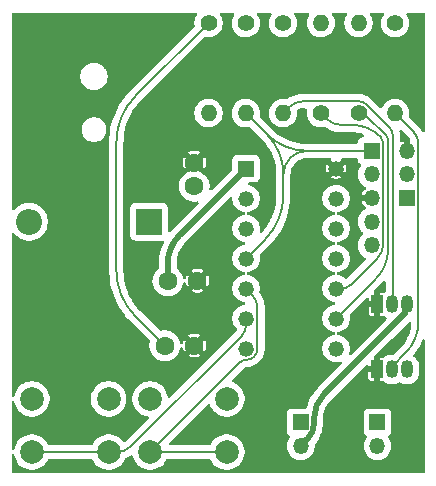
<source format=gbr>
%TF.GenerationSoftware,KiCad,Pcbnew,9.0.0*%
%TF.CreationDate,2025-03-19T20:29:17+00:00*%
%TF.ProjectId,gloves dryer,676c6f76-6573-4206-9472-7965722e6b69,rev?*%
%TF.SameCoordinates,Original*%
%TF.FileFunction,Copper,L2,Bot*%
%TF.FilePolarity,Positive*%
%FSLAX46Y46*%
G04 Gerber Fmt 4.6, Leading zero omitted, Abs format (unit mm)*
G04 Created by KiCad (PCBNEW 9.0.0) date 2025-03-19 20:29:17*
%MOMM*%
%LPD*%
G01*
G04 APERTURE LIST*
%TA.AperFunction,ComponentPad*%
%ADD10C,1.600000*%
%TD*%
%TA.AperFunction,ComponentPad*%
%ADD11R,1.350000X1.350000*%
%TD*%
%TA.AperFunction,ComponentPad*%
%ADD12O,1.350000X1.350000*%
%TD*%
%TA.AperFunction,ComponentPad*%
%ADD13C,1.400000*%
%TD*%
%TA.AperFunction,ComponentPad*%
%ADD14O,1.400000X1.400000*%
%TD*%
%TA.AperFunction,ComponentPad*%
%ADD15R,1.050000X1.500000*%
%TD*%
%TA.AperFunction,ComponentPad*%
%ADD16O,1.050000X1.500000*%
%TD*%
%TA.AperFunction,ComponentPad*%
%ADD17R,1.320800X1.320800*%
%TD*%
%TA.AperFunction,ComponentPad*%
%ADD18C,1.320800*%
%TD*%
%TA.AperFunction,ComponentPad*%
%ADD19R,2.200000X2.200000*%
%TD*%
%TA.AperFunction,ComponentPad*%
%ADD20O,2.200000X2.200000*%
%TD*%
%TA.AperFunction,ComponentPad*%
%ADD21C,2.000000*%
%TD*%
%TA.AperFunction,Conductor*%
%ADD22C,0.500000*%
%TD*%
%TA.AperFunction,Conductor*%
%ADD23C,0.200000*%
%TD*%
G04 APERTURE END LIST*
D10*
%TO.P,C1,1*%
%TO.N,/VDDG_12V*%
X177500000Y-66000000D03*
%TO.P,C1,2*%
%TO.N,GND*%
X177500000Y-64000000D03*
%TD*%
%TO.P,C2,1*%
%TO.N,/VDD_5V*%
X175250000Y-74000000D03*
%TO.P,C2,2*%
%TO.N,GND*%
X177750000Y-74000000D03*
%TD*%
D11*
%TO.P,J1,1,Pin_1*%
%TO.N,/IO_SENS*%
X195500000Y-67000000D03*
D12*
%TO.P,J1,2,Pin_2*%
%TO.N,/VDD_5V*%
X195500000Y-65000000D03*
%TO.P,J1,3,Pin_3*%
%TO.N,GND*%
X195500000Y-63000000D03*
%TD*%
D13*
%TO.P,R2,1*%
%TO.N,Net-(R1-Pad2)*%
X194500000Y-52190000D03*
D14*
%TO.P,R2,2*%
%TO.N,Net-(Q1-B)*%
X194500000Y-59810000D03*
%TD*%
D13*
%TO.P,R5,1*%
%TO.N,Net-(C3-Pad1)*%
X181850000Y-52190000D03*
D14*
%TO.P,R5,2*%
%TO.N,/MCLR*%
X181850000Y-59810000D03*
%TD*%
D13*
%TO.P,R3,1*%
%TO.N,/IF1*%
X188200000Y-59800000D03*
D14*
%TO.P,R3,2*%
%TO.N,Net-(R3-Pad2)*%
X188200000Y-52180000D03*
%TD*%
D11*
%TO.P,J7,1,Pin_1*%
%TO.N,/VDDG_12V*%
X193000000Y-86000000D03*
D12*
%TO.P,J7,2,Pin_2*%
%TO.N,/F2-*%
X193000000Y-88000000D03*
%TD*%
D11*
%TO.P,J5,1,Pin_1*%
%TO.N,/VDDG_12V*%
X186500000Y-86000000D03*
D12*
%TO.P,J5,2,Pin_2*%
%TO.N,/F1-*%
X186500000Y-88000000D03*
%TD*%
D15*
%TO.P,Q1,1,E*%
%TO.N,GND*%
X192960000Y-81500000D03*
D16*
%TO.P,Q1,2,B*%
%TO.N,Net-(Q1-B)*%
X194230000Y-81500000D03*
%TO.P,Q1,3,C*%
%TO.N,/F2-*%
X195500000Y-81500000D03*
%TD*%
D17*
%TO.P,U1,1,VDD*%
%TO.N,/VDD_5V*%
X181880000Y-64500000D03*
D18*
%TO.P,U1,2,RA5*%
%TO.N,unconnected-(U1-RA5-Pad2)*%
X181880000Y-67040000D03*
%TO.P,U1,3,RA4*%
%TO.N,unconnected-(U1-RA4-Pad3)*%
X181880000Y-69580000D03*
%TO.P,U1,4,RA3/\u002AMCLR/VPP*%
%TO.N,/MCLR*%
X181880000Y-72120000D03*
%TO.P,U1,5,RC5*%
%TO.N,/BT1*%
X181880000Y-74660000D03*
%TO.P,U1,6,RC4*%
%TO.N,/BT2*%
X181880000Y-77200000D03*
%TO.P,U1,7,RC3*%
%TO.N,unconnected-(U1-RC3-Pad7)*%
X181880000Y-79740000D03*
%TO.P,U1,8,RC2*%
%TO.N,/IO_SENS*%
X189500000Y-79740000D03*
%TO.P,U1,9,RC1*%
%TO.N,/IF2*%
X189500000Y-77200000D03*
%TO.P,U1,10,RC0*%
%TO.N,/IF1*%
X189500000Y-74660000D03*
%TO.P,U1,11,RA2*%
%TO.N,unconnected-(U1-RA2-Pad11)*%
X189500000Y-72120000D03*
%TO.P,U1,12,RA1/ICSPCLK*%
%TO.N,/CLK*%
X189500000Y-69580000D03*
%TO.P,U1,13,RA0/ICSPDAT*%
%TO.N,/DAT*%
X189500000Y-67040000D03*
%TO.P,U1,14,VSS*%
%TO.N,GND*%
X189500000Y-64500000D03*
%TD*%
D11*
%TO.P,J6,1,Pin_1*%
%TO.N,/MCLR*%
X192500000Y-63000000D03*
D12*
%TO.P,J6,2,Pin_2*%
%TO.N,/VDD_5V*%
X192500000Y-65000000D03*
%TO.P,J6,3,Pin_3*%
%TO.N,GND*%
X192500000Y-67000000D03*
%TO.P,J6,4,Pin_4*%
%TO.N,/DAT*%
X192500000Y-69000000D03*
%TO.P,J6,5,Pin_5*%
%TO.N,/CLK*%
X192500000Y-71000000D03*
%TD*%
D13*
%TO.P,R6,1*%
%TO.N,Net-(C3-Pad1)*%
X178700000Y-52190000D03*
D14*
%TO.P,R6,2*%
%TO.N,/VDD_5V*%
X178700000Y-59810000D03*
%TD*%
D13*
%TO.P,R4,1*%
%TO.N,Net-(R3-Pad2)*%
X185000000Y-52190000D03*
D14*
%TO.P,R4,2*%
%TO.N,Net-(Q2-B)*%
X185000000Y-59810000D03*
%TD*%
D10*
%TO.P,C3,1*%
%TO.N,Net-(C3-Pad1)*%
X175000000Y-79500000D03*
%TO.P,C3,2*%
%TO.N,GND*%
X177500000Y-79500000D03*
%TD*%
D19*
%TO.P,D1,1,K*%
%TO.N,/VDDG_12V*%
X173660000Y-69000000D03*
D20*
%TO.P,D1,2,A*%
%TO.N,/VDD_12V*%
X163500000Y-69000000D03*
%TD*%
D21*
%TO.P,SW1,1,1*%
%TO.N,/VDD_5V*%
X173750000Y-84000000D03*
X180250000Y-84000000D03*
%TO.P,SW1,2,2*%
%TO.N,/BT1*%
X173750000Y-88500000D03*
X180250000Y-88500000D03*
%TD*%
D13*
%TO.P,R1,1*%
%TO.N,/IF2*%
X191400000Y-59800000D03*
D14*
%TO.P,R1,2*%
%TO.N,Net-(R1-Pad2)*%
X191400000Y-52180000D03*
%TD*%
D15*
%TO.P,Q2,1,E*%
%TO.N,GND*%
X193000000Y-76000000D03*
D16*
%TO.P,Q2,2,B*%
%TO.N,Net-(Q2-B)*%
X194270000Y-76000000D03*
%TO.P,Q2,3,C*%
%TO.N,/F1-*%
X195540000Y-76000000D03*
%TD*%
D21*
%TO.P,SW2,1,1*%
%TO.N,/VDD_5V*%
X163750000Y-84000000D03*
X170250000Y-84000000D03*
%TO.P,SW2,2,2*%
%TO.N,/BT2*%
X163750000Y-88500000D03*
X170250000Y-88500000D03*
%TD*%
D22*
%TO.N,/F1-*%
X187626000Y-85674000D02*
X187626000Y-86077797D01*
X195540000Y-76280000D02*
X195540000Y-76000000D01*
X188474528Y-83625471D02*
X195342010Y-76757989D01*
X187063000Y-87437000D02*
X186500000Y-88000000D01*
X188474528Y-83625471D02*
G75*
G03*
X187626012Y-85674000I2048572J-2048529D01*
G01*
X187063000Y-87437000D02*
G75*
G03*
X187625999Y-86077797I-1359200J1359200D01*
G01*
X195540000Y-76280000D02*
G75*
G02*
X195342015Y-76757994I-676000J0D01*
G01*
D23*
%TO.N,Net-(Q1-B)*%
X196476000Y-62444199D02*
X196476000Y-77440838D01*
X196010583Y-61320583D02*
X194500000Y-59810000D01*
X194230000Y-81387500D02*
X194230000Y-81500000D01*
X194309549Y-81195450D02*
X195353000Y-80152000D01*
X195353000Y-80152000D02*
G75*
G03*
X196476016Y-77440838I-2711200J2711200D01*
G01*
X196010583Y-61320583D02*
G75*
G02*
X196476010Y-62444199I-1123583J-1123617D01*
G01*
X194309549Y-81195450D02*
G75*
G03*
X194230000Y-81387500I192051J-192050D01*
G01*
%TO.N,Net-(Q2-B)*%
X185505500Y-59304500D02*
X185000000Y-59810000D01*
X194302000Y-61704495D02*
X194302000Y-75945372D01*
X194286000Y-75984000D02*
X194270000Y-76000000D01*
X192098793Y-59083165D02*
X194006343Y-60990715D01*
X191412757Y-58799000D02*
X186725884Y-58799000D01*
X194302000Y-61704495D02*
G75*
G03*
X194006333Y-60990725I-1009400J-5D01*
G01*
X191412757Y-58799000D02*
G75*
G02*
X192098814Y-59083144I43J-970200D01*
G01*
X186725884Y-58799000D02*
G75*
G03*
X185505504Y-59304504I16J-1725900D01*
G01*
X194286000Y-75984000D02*
G75*
G03*
X194301989Y-75945372I-38600J38600D01*
G01*
%TO.N,/IF2*%
X191967274Y-59948174D02*
X193783535Y-61764435D01*
X193901000Y-62048021D02*
X193901000Y-71350006D01*
X192876409Y-73823590D02*
X189500000Y-77200000D01*
X191400000Y-59800000D02*
X191609550Y-59800000D01*
X193783535Y-61764435D02*
G75*
G02*
X193901000Y-62048021I-283535J-283565D01*
G01*
X193901000Y-71350006D02*
G75*
G02*
X192876410Y-73823591I-3498200J6D01*
G01*
X191609550Y-59800000D02*
G75*
G02*
X191967249Y-59948199I-50J-505900D01*
G01*
%TO.N,/IF1*%
X193018792Y-72075151D02*
X190764145Y-74329800D01*
X193500000Y-70913412D02*
X193500000Y-62362142D01*
X189966973Y-74660000D02*
X189500000Y-74660000D01*
X188700500Y-60300500D02*
X188200000Y-59800000D01*
X189908813Y-60801000D02*
X190803623Y-60801000D01*
X188700500Y-60300500D02*
G75*
G03*
X189908813Y-60800994I1208300J1208300D01*
G01*
X190803623Y-60801000D02*
G75*
G02*
X193277855Y-61825881I-23J-3499100D01*
G01*
X193500000Y-70913412D02*
G75*
G02*
X193018776Y-72075135I-1642900J12D01*
G01*
X193277868Y-61825868D02*
G75*
G02*
X193499972Y-62362142I-536268J-536232D01*
G01*
X189966973Y-74660000D02*
G75*
G03*
X190764165Y-74329820I27J1127400D01*
G01*
D22*
%TO.N,/VDD_5V*%
X176264698Y-70115301D02*
X181880000Y-64500000D01*
X175250000Y-72565000D02*
X175250000Y-74000000D01*
X175250000Y-72565000D02*
G75*
G02*
X176264698Y-70115301I3464400J0D01*
G01*
D23*
%TO.N,/BT1*%
X173750000Y-88500000D02*
X180250000Y-88500000D01*
X182360700Y-75140700D02*
X181880000Y-74660000D01*
X173750000Y-88500000D02*
X181290638Y-80959361D01*
X182559812Y-80419812D02*
X182536185Y-80443438D01*
X182841400Y-79740000D02*
X182841400Y-76301212D01*
X181913412Y-80701400D02*
G75*
G03*
X182536172Y-80443425I-12J880700D01*
G01*
X181913412Y-80701400D02*
G75*
G03*
X181290640Y-80959363I-12J-880700D01*
G01*
X182841400Y-79740000D02*
G75*
G02*
X182559812Y-80419812I-961400J0D01*
G01*
X182360700Y-75140700D02*
G75*
G02*
X182841395Y-76301212I-1160500J-1160500D01*
G01*
%TO.N,Net-(C3-Pad1)*%
X172493792Y-76993792D02*
X175000000Y-79500000D01*
X170900000Y-73146036D02*
X170900000Y-62243963D01*
X172493792Y-58396207D02*
X178700000Y-52190000D01*
X172493792Y-76993792D02*
G75*
G02*
X170899989Y-73146036I3847808J3847792D01*
G01*
X170900000Y-62243963D02*
G75*
G02*
X172493821Y-58396236I5441500J-37D01*
G01*
%TO.N,/MCLR*%
X187039998Y-63000000D02*
X192500000Y-63000000D01*
X183460000Y-70540000D02*
X181880000Y-72120000D01*
X185040000Y-64999998D02*
X185040000Y-66725542D01*
X183625787Y-61585787D02*
X181850000Y-59810000D01*
X187039998Y-63000000D02*
G75*
G02*
X183625793Y-61585781I2J4828400D01*
G01*
X187039998Y-63000000D02*
G75*
G03*
X185040000Y-64999998I2J-2000000D01*
G01*
X183460000Y-70540000D02*
G75*
G03*
X185040018Y-66725542I-3814500J3814500D01*
G01*
X183625787Y-61585787D02*
G75*
G02*
X185040008Y-64999998I-3414187J-3414213D01*
G01*
%TO.N,/BT2*%
X170249999Y-88500000D02*
X168835786Y-88500000D01*
X168835786Y-88500000D02*
X163750000Y-88500000D01*
X181496672Y-78667540D02*
X172164212Y-88000000D01*
X170249999Y-88500000D02*
X170957106Y-88500000D01*
X181880000Y-77742106D02*
X181880000Y-77200000D01*
X181496672Y-78667540D02*
G75*
G03*
X181879992Y-77742106I-925472J925440D01*
G01*
X170957106Y-88500000D02*
G75*
G03*
X172164208Y-87999996I-6J1707100D01*
G01*
%TD*%
%TA.AperFunction,Conductor*%
%TO.N,GND*%
G36*
X189035402Y-63620185D02*
G01*
X189081157Y-63672989D01*
X189091765Y-63736667D01*
X189091626Y-63738074D01*
X189447154Y-64093600D01*
X189446496Y-64093600D01*
X189343135Y-64121295D01*
X189250464Y-64174799D01*
X189174799Y-64250464D01*
X189121295Y-64343135D01*
X189093600Y-64446496D01*
X189093600Y-64447152D01*
X188738073Y-64091625D01*
X188737524Y-64092448D01*
X188672665Y-64249030D01*
X188672663Y-64249036D01*
X188639600Y-64415255D01*
X188639600Y-64584744D01*
X188639599Y-64584744D01*
X188672663Y-64750963D01*
X188672665Y-64750969D01*
X188737522Y-64907549D01*
X188737526Y-64907556D01*
X188738072Y-64908372D01*
X188738074Y-64908373D01*
X189093600Y-64552847D01*
X189093600Y-64553504D01*
X189121295Y-64656865D01*
X189174799Y-64749536D01*
X189250464Y-64825201D01*
X189343135Y-64878705D01*
X189446496Y-64906400D01*
X189447153Y-64906400D01*
X189091626Y-65261925D01*
X189091626Y-65261927D01*
X189092444Y-65262473D01*
X189092444Y-65262474D01*
X189249030Y-65327334D01*
X189249036Y-65327336D01*
X189415255Y-65360400D01*
X189584744Y-65360400D01*
X189750963Y-65327336D01*
X189750969Y-65327334D01*
X189907550Y-65262476D01*
X189908373Y-65261925D01*
X189552848Y-64906400D01*
X189553504Y-64906400D01*
X189656865Y-64878705D01*
X189749536Y-64825201D01*
X189825201Y-64749536D01*
X189878705Y-64656865D01*
X189906400Y-64553504D01*
X189906400Y-64552847D01*
X190261925Y-64908372D01*
X190262476Y-64907550D01*
X190327334Y-64750969D01*
X190327336Y-64750963D01*
X190360400Y-64584744D01*
X190360400Y-64415255D01*
X190327336Y-64249036D01*
X190327334Y-64249030D01*
X190262474Y-64092444D01*
X190261927Y-64091626D01*
X190261925Y-64091626D01*
X189906400Y-64447151D01*
X189906400Y-64446496D01*
X189878705Y-64343135D01*
X189825201Y-64250464D01*
X189749536Y-64174799D01*
X189656865Y-64121295D01*
X189553504Y-64093600D01*
X189552847Y-64093600D01*
X189908372Y-63738074D01*
X189908231Y-63736633D01*
X189921261Y-63667989D01*
X189969335Y-63617287D01*
X190031636Y-63600500D01*
X191200501Y-63600500D01*
X191267540Y-63620185D01*
X191313295Y-63672989D01*
X191323437Y-63719611D01*
X191324099Y-63719576D01*
X191324146Y-63719571D01*
X191324146Y-63719573D01*
X191324324Y-63719564D01*
X191324501Y-63722876D01*
X191330908Y-63782483D01*
X191381202Y-63917328D01*
X191381206Y-63917335D01*
X191467452Y-64032544D01*
X191467453Y-64032544D01*
X191467454Y-64032546D01*
X191494324Y-64052661D01*
X191552539Y-64096241D01*
X191594409Y-64152175D01*
X191599393Y-64221867D01*
X191578545Y-64268392D01*
X191494624Y-64383900D01*
X191410620Y-64548764D01*
X191410619Y-64548767D01*
X191353445Y-64724734D01*
X191324500Y-64907486D01*
X191324500Y-65092513D01*
X191353445Y-65275265D01*
X191410619Y-65451232D01*
X191410620Y-65451235D01*
X191488557Y-65604193D01*
X191494622Y-65616096D01*
X191603379Y-65765787D01*
X191734213Y-65896621D01*
X191883904Y-66005378D01*
X191965806Y-66047109D01*
X191995924Y-66062455D01*
X192046720Y-66110430D01*
X192063515Y-66178251D01*
X192040978Y-66244386D01*
X192008520Y-66276042D01*
X191942220Y-66320342D01*
X191942216Y-66320345D01*
X191820345Y-66442216D01*
X191820342Y-66442220D01*
X191724588Y-66585525D01*
X191724581Y-66585538D01*
X191658626Y-66744769D01*
X191658624Y-66744776D01*
X191657585Y-66749999D01*
X191657586Y-66750000D01*
X192184314Y-66750000D01*
X192179920Y-66754394D01*
X192127259Y-66845606D01*
X192100000Y-66947339D01*
X192100000Y-67052661D01*
X192127259Y-67154394D01*
X192179920Y-67245606D01*
X192184314Y-67250000D01*
X191657586Y-67250000D01*
X191658624Y-67255223D01*
X191658626Y-67255230D01*
X191724581Y-67414461D01*
X191724588Y-67414474D01*
X191820342Y-67557779D01*
X191820345Y-67557783D01*
X191942217Y-67679655D01*
X192008519Y-67723956D01*
X192053325Y-67777568D01*
X192062032Y-67846893D01*
X192031878Y-67909921D01*
X191995925Y-67937543D01*
X191883905Y-67994620D01*
X191812585Y-68046438D01*
X191734213Y-68103379D01*
X191734211Y-68103381D01*
X191734210Y-68103381D01*
X191603381Y-68234210D01*
X191603381Y-68234211D01*
X191603379Y-68234213D01*
X191593371Y-68247988D01*
X191494622Y-68383903D01*
X191410620Y-68548764D01*
X191410619Y-68548767D01*
X191353445Y-68724734D01*
X191324500Y-68907486D01*
X191324500Y-69092513D01*
X191353445Y-69275265D01*
X191410619Y-69451232D01*
X191410620Y-69451235D01*
X191493747Y-69614379D01*
X191494622Y-69616096D01*
X191603379Y-69765787D01*
X191734213Y-69896621D01*
X191738432Y-69899686D01*
X191781094Y-69955019D01*
X191787069Y-70024633D01*
X191754459Y-70086426D01*
X191738432Y-70100314D01*
X191734210Y-70103381D01*
X191603381Y-70234210D01*
X191603381Y-70234211D01*
X191603379Y-70234213D01*
X191556672Y-70298499D01*
X191494622Y-70383903D01*
X191410620Y-70548764D01*
X191410619Y-70548767D01*
X191353445Y-70724734D01*
X191324500Y-70907486D01*
X191324500Y-71092513D01*
X191353445Y-71275265D01*
X191410619Y-71451232D01*
X191410620Y-71451235D01*
X191494622Y-71616096D01*
X191603379Y-71765787D01*
X191734213Y-71896621D01*
X191883904Y-72005378D01*
X191947046Y-72037550D01*
X191967289Y-72047865D01*
X192018085Y-72095840D01*
X192034880Y-72163661D01*
X192012342Y-72229796D01*
X191998675Y-72246031D01*
X190450915Y-73793792D01*
X190389592Y-73827277D01*
X190319900Y-73822293D01*
X190275553Y-73793792D01*
X190256278Y-73774517D01*
X190256276Y-73774515D01*
X190108444Y-73667109D01*
X189945631Y-73584152D01*
X189771845Y-73527685D01*
X189771843Y-73527684D01*
X189771841Y-73527684D01*
X189675802Y-73512473D01*
X189612667Y-73482544D01*
X189575736Y-73423232D01*
X189576734Y-73353370D01*
X189615344Y-73295137D01*
X189675802Y-73267527D01*
X189713101Y-73261619D01*
X189771845Y-73252315D01*
X189945631Y-73195848D01*
X190108444Y-73112891D01*
X190256276Y-73005485D01*
X190385485Y-72876276D01*
X190492891Y-72728444D01*
X190575848Y-72565631D01*
X190632315Y-72391845D01*
X190645019Y-72311631D01*
X190660900Y-72211370D01*
X190660900Y-72028629D01*
X190632315Y-71848158D01*
X190632315Y-71848155D01*
X190575848Y-71674369D01*
X190492891Y-71511556D01*
X190385485Y-71363724D01*
X190256276Y-71234515D01*
X190108444Y-71127109D01*
X189945631Y-71044152D01*
X189771845Y-70987685D01*
X189771843Y-70987684D01*
X189771841Y-70987684D01*
X189675802Y-70972473D01*
X189612667Y-70942544D01*
X189575736Y-70883232D01*
X189576734Y-70813370D01*
X189615344Y-70755137D01*
X189675802Y-70727527D01*
X189713101Y-70721619D01*
X189771845Y-70712315D01*
X189945631Y-70655848D01*
X190108444Y-70572891D01*
X190256276Y-70465485D01*
X190385485Y-70336276D01*
X190492891Y-70188444D01*
X190575848Y-70025631D01*
X190632315Y-69851845D01*
X190654029Y-69714748D01*
X190660900Y-69671370D01*
X190660900Y-69488629D01*
X190632315Y-69308158D01*
X190632315Y-69308155D01*
X190575848Y-69134369D01*
X190492891Y-68971556D01*
X190385485Y-68823724D01*
X190256276Y-68694515D01*
X190108444Y-68587109D01*
X189945631Y-68504152D01*
X189771845Y-68447685D01*
X189771843Y-68447684D01*
X189771841Y-68447684D01*
X189675802Y-68432473D01*
X189612667Y-68402544D01*
X189575736Y-68343232D01*
X189576734Y-68273370D01*
X189615344Y-68215137D01*
X189675802Y-68187527D01*
X189713101Y-68181619D01*
X189771845Y-68172315D01*
X189945631Y-68115848D01*
X190108444Y-68032891D01*
X190256276Y-67925485D01*
X190385485Y-67796276D01*
X190492891Y-67648444D01*
X190575848Y-67485631D01*
X190632315Y-67311845D01*
X190657253Y-67154394D01*
X190660900Y-67131370D01*
X190660900Y-66948629D01*
X190632315Y-66768158D01*
X190632315Y-66768155D01*
X190575848Y-66594369D01*
X190492891Y-66431556D01*
X190385485Y-66283724D01*
X190256276Y-66154515D01*
X190108444Y-66047109D01*
X189945631Y-65964152D01*
X189771845Y-65907685D01*
X189771843Y-65907684D01*
X189771841Y-65907684D01*
X189591370Y-65879100D01*
X189591365Y-65879100D01*
X189408635Y-65879100D01*
X189408630Y-65879100D01*
X189228158Y-65907684D01*
X189228155Y-65907685D01*
X189117840Y-65943529D01*
X189054366Y-65964153D01*
X188891555Y-66047109D01*
X188743721Y-66154517D01*
X188614517Y-66283721D01*
X188507109Y-66431555D01*
X188424153Y-66594366D01*
X188367684Y-66768158D01*
X188339100Y-66948629D01*
X188339100Y-67131370D01*
X188364369Y-67290908D01*
X188367685Y-67311845D01*
X188424152Y-67485631D01*
X188507109Y-67648444D01*
X188614515Y-67796276D01*
X188743724Y-67925485D01*
X188891556Y-68032891D01*
X189054369Y-68115848D01*
X189228155Y-68172315D01*
X189272212Y-68179293D01*
X189324197Y-68187527D01*
X189387332Y-68217456D01*
X189424263Y-68276768D01*
X189423265Y-68346631D01*
X189384655Y-68404863D01*
X189324197Y-68432473D01*
X189228158Y-68447684D01*
X189054366Y-68504153D01*
X188891555Y-68587109D01*
X188743721Y-68694517D01*
X188614517Y-68823721D01*
X188507109Y-68971555D01*
X188424153Y-69134366D01*
X188367684Y-69308158D01*
X188339100Y-69488629D01*
X188339100Y-69671370D01*
X188366210Y-69842535D01*
X188367685Y-69851845D01*
X188424152Y-70025631D01*
X188507109Y-70188444D01*
X188614515Y-70336276D01*
X188743724Y-70465485D01*
X188891556Y-70572891D01*
X189054369Y-70655848D01*
X189228155Y-70712315D01*
X189272212Y-70719293D01*
X189324197Y-70727527D01*
X189387332Y-70757456D01*
X189424263Y-70816768D01*
X189423265Y-70886631D01*
X189384655Y-70944863D01*
X189324197Y-70972473D01*
X189228158Y-70987684D01*
X189054366Y-71044153D01*
X188891555Y-71127109D01*
X188743721Y-71234517D01*
X188614517Y-71363721D01*
X188507109Y-71511555D01*
X188424153Y-71674366D01*
X188367684Y-71848158D01*
X188339100Y-72028629D01*
X188339100Y-72211370D01*
X188365963Y-72380974D01*
X188367685Y-72391845D01*
X188424152Y-72565631D01*
X188507109Y-72728444D01*
X188614515Y-72876276D01*
X188743724Y-73005485D01*
X188891556Y-73112891D01*
X189054369Y-73195848D01*
X189228155Y-73252315D01*
X189272212Y-73259293D01*
X189324197Y-73267527D01*
X189387332Y-73297456D01*
X189424263Y-73356768D01*
X189423265Y-73426631D01*
X189384655Y-73484863D01*
X189324197Y-73512473D01*
X189228158Y-73527684D01*
X189054366Y-73584153D01*
X188891555Y-73667109D01*
X188743721Y-73774517D01*
X188614517Y-73903721D01*
X188507109Y-74051555D01*
X188424153Y-74214366D01*
X188367684Y-74388158D01*
X188339100Y-74568629D01*
X188339100Y-74751370D01*
X188366407Y-74923779D01*
X188367685Y-74931845D01*
X188424152Y-75105631D01*
X188507109Y-75268444D01*
X188614515Y-75416276D01*
X188743724Y-75545485D01*
X188891556Y-75652891D01*
X189054369Y-75735848D01*
X189228155Y-75792315D01*
X189270716Y-75799056D01*
X189324197Y-75807527D01*
X189387332Y-75837456D01*
X189424263Y-75896768D01*
X189423265Y-75966631D01*
X189384655Y-76024863D01*
X189324197Y-76052473D01*
X189228158Y-76067684D01*
X189054366Y-76124153D01*
X188891555Y-76207109D01*
X188743721Y-76314517D01*
X188614517Y-76443721D01*
X188507109Y-76591555D01*
X188424153Y-76754366D01*
X188367684Y-76928158D01*
X188339100Y-77108629D01*
X188339100Y-77291370D01*
X188367684Y-77471841D01*
X188367685Y-77471845D01*
X188424152Y-77645631D01*
X188507109Y-77808444D01*
X188614515Y-77956276D01*
X188743724Y-78085485D01*
X188891556Y-78192891D01*
X189054369Y-78275848D01*
X189228155Y-78332315D01*
X189272212Y-78339293D01*
X189324197Y-78347527D01*
X189387332Y-78377456D01*
X189424263Y-78436768D01*
X189423265Y-78506631D01*
X189384655Y-78564863D01*
X189324197Y-78592473D01*
X189228158Y-78607684D01*
X189054366Y-78664153D01*
X188891555Y-78747109D01*
X188743721Y-78854517D01*
X188614517Y-78983721D01*
X188507109Y-79131555D01*
X188424153Y-79294366D01*
X188367684Y-79468158D01*
X188339100Y-79648629D01*
X188339100Y-79831370D01*
X188367684Y-80011839D01*
X188367685Y-80011845D01*
X188424152Y-80185631D01*
X188507109Y-80348444D01*
X188614515Y-80496276D01*
X188743724Y-80625485D01*
X188891556Y-80732891D01*
X189054369Y-80815848D01*
X189228155Y-80872315D01*
X189295835Y-80883034D01*
X189408630Y-80900900D01*
X189408635Y-80900900D01*
X189591370Y-80900900D01*
X189771839Y-80872316D01*
X189771839Y-80872315D01*
X189771845Y-80872315D01*
X189864962Y-80842058D01*
X189934799Y-80840063D01*
X189994632Y-80876143D01*
X190025461Y-80938844D01*
X190017497Y-81008258D01*
X189990958Y-81047671D01*
X187999617Y-83039013D01*
X187980165Y-83058465D01*
X187980125Y-83058486D01*
X187817127Y-83221488D01*
X187589769Y-83498529D01*
X187589764Y-83498536D01*
X187390662Y-83796519D01*
X187390659Y-83796525D01*
X187221723Y-84112587D01*
X187084578Y-84443688D01*
X187084576Y-84443694D01*
X186995756Y-84736496D01*
X186957461Y-84794933D01*
X186893649Y-84823390D01*
X186877097Y-84824500D01*
X185777129Y-84824500D01*
X185777123Y-84824501D01*
X185717516Y-84830908D01*
X185582671Y-84881202D01*
X185582664Y-84881206D01*
X185467455Y-84967452D01*
X185467452Y-84967455D01*
X185381206Y-85082664D01*
X185381202Y-85082671D01*
X185330908Y-85217517D01*
X185327090Y-85253035D01*
X185324501Y-85277123D01*
X185324500Y-85277135D01*
X185324500Y-86722870D01*
X185324501Y-86722876D01*
X185330908Y-86782483D01*
X185381202Y-86917328D01*
X185381206Y-86917335D01*
X185467452Y-87032544D01*
X185467453Y-87032544D01*
X185467454Y-87032546D01*
X185515450Y-87068476D01*
X185552539Y-87096241D01*
X185594409Y-87152175D01*
X185599393Y-87221867D01*
X185578545Y-87268392D01*
X185494624Y-87383900D01*
X185410620Y-87548764D01*
X185410619Y-87548767D01*
X185353445Y-87724734D01*
X185324500Y-87907486D01*
X185324500Y-88092513D01*
X185353445Y-88275265D01*
X185410619Y-88451232D01*
X185410620Y-88451235D01*
X185494622Y-88616096D01*
X185603379Y-88765787D01*
X185734213Y-88896621D01*
X185883904Y-89005378D01*
X185964763Y-89046577D01*
X186048764Y-89089379D01*
X186048767Y-89089380D01*
X186082992Y-89100500D01*
X186224736Y-89146555D01*
X186407486Y-89175500D01*
X186407487Y-89175500D01*
X186592513Y-89175500D01*
X186592514Y-89175500D01*
X186775264Y-89146555D01*
X186951235Y-89089379D01*
X187116096Y-89005378D01*
X187265787Y-88896621D01*
X187396621Y-88765787D01*
X187505378Y-88616096D01*
X187589379Y-88451235D01*
X187646555Y-88275264D01*
X187675500Y-88092514D01*
X187675500Y-87935433D01*
X187695185Y-87868394D01*
X187702553Y-87858120D01*
X187886984Y-87626851D01*
X188046696Y-87372671D01*
X188176944Y-87102208D01*
X188276091Y-86818861D01*
X188342890Y-86526196D01*
X188376500Y-86227892D01*
X188376500Y-86077796D01*
X188376500Y-85998915D01*
X188376500Y-85677480D01*
X188376695Y-85670528D01*
X188381968Y-85576632D01*
X188389607Y-85440599D01*
X188391161Y-85426805D01*
X188416590Y-85277135D01*
X191824500Y-85277135D01*
X191824500Y-86722870D01*
X191824501Y-86722876D01*
X191830908Y-86782483D01*
X191881202Y-86917328D01*
X191881206Y-86917335D01*
X191967452Y-87032544D01*
X191967453Y-87032544D01*
X191967454Y-87032546D01*
X192015450Y-87068476D01*
X192052539Y-87096241D01*
X192094409Y-87152175D01*
X192099393Y-87221867D01*
X192078545Y-87268392D01*
X191994624Y-87383900D01*
X191910620Y-87548764D01*
X191910619Y-87548767D01*
X191853445Y-87724734D01*
X191824500Y-87907486D01*
X191824500Y-88092513D01*
X191853445Y-88275265D01*
X191910619Y-88451232D01*
X191910620Y-88451235D01*
X191994622Y-88616096D01*
X192103379Y-88765787D01*
X192234213Y-88896621D01*
X192383904Y-89005378D01*
X192464763Y-89046577D01*
X192548764Y-89089379D01*
X192548767Y-89089380D01*
X192582992Y-89100500D01*
X192724736Y-89146555D01*
X192907486Y-89175500D01*
X192907487Y-89175500D01*
X193092513Y-89175500D01*
X193092514Y-89175500D01*
X193275264Y-89146555D01*
X193451235Y-89089379D01*
X193616096Y-89005378D01*
X193765787Y-88896621D01*
X193896621Y-88765787D01*
X194005378Y-88616096D01*
X194089379Y-88451235D01*
X194146555Y-88275264D01*
X194175500Y-88092514D01*
X194175500Y-87907486D01*
X194146555Y-87724736D01*
X194115278Y-87628474D01*
X194089380Y-87548767D01*
X194089379Y-87548764D01*
X194005377Y-87383903D01*
X193997216Y-87372671D01*
X193921453Y-87268392D01*
X193897974Y-87202586D01*
X193913799Y-87134532D01*
X193947459Y-87096241D01*
X194032546Y-87032546D01*
X194118796Y-86917331D01*
X194169091Y-86782483D01*
X194175500Y-86722873D01*
X194175499Y-85277128D01*
X194169091Y-85217517D01*
X194163754Y-85203209D01*
X194118797Y-85082671D01*
X194118793Y-85082664D01*
X194032547Y-84967455D01*
X194032544Y-84967452D01*
X193917335Y-84881206D01*
X193917328Y-84881202D01*
X193782482Y-84830908D01*
X193782483Y-84830908D01*
X193722883Y-84824501D01*
X193722881Y-84824500D01*
X193722873Y-84824500D01*
X193722864Y-84824500D01*
X192277129Y-84824500D01*
X192277123Y-84824501D01*
X192217516Y-84830908D01*
X192082671Y-84881202D01*
X192082664Y-84881206D01*
X191967455Y-84967452D01*
X191967452Y-84967455D01*
X191881206Y-85082664D01*
X191881202Y-85082671D01*
X191830908Y-85217517D01*
X191827090Y-85253035D01*
X191824501Y-85277123D01*
X191824500Y-85277135D01*
X188416590Y-85277135D01*
X188429152Y-85203201D01*
X188432245Y-85189653D01*
X188445249Y-85144517D01*
X188495031Y-84971716D01*
X188499623Y-84958595D01*
X188555166Y-84824501D01*
X188586412Y-84749064D01*
X188592439Y-84736549D01*
X188702152Y-84538034D01*
X188709533Y-84526287D01*
X188840783Y-84341303D01*
X188849442Y-84330445D01*
X189002763Y-84158876D01*
X189007508Y-84153857D01*
X192023320Y-81138045D01*
X192084642Y-81104561D01*
X192154334Y-81109545D01*
X192210267Y-81151417D01*
X192234684Y-81216881D01*
X192235000Y-81225727D01*
X192235000Y-81250000D01*
X192679670Y-81250000D01*
X192659925Y-81269745D01*
X192610556Y-81355255D01*
X192585000Y-81450630D01*
X192585000Y-81549370D01*
X192610556Y-81644745D01*
X192659925Y-81730255D01*
X192679670Y-81750000D01*
X192235000Y-81750000D01*
X192235000Y-82269702D01*
X192246602Y-82328033D01*
X192246603Y-82328034D01*
X192290808Y-82394191D01*
X192356965Y-82438396D01*
X192356966Y-82438397D01*
X192415297Y-82449999D01*
X192415301Y-82450000D01*
X192710000Y-82450000D01*
X192710000Y-81780330D01*
X192729745Y-81800075D01*
X192815255Y-81849444D01*
X192910630Y-81875000D01*
X193009370Y-81875000D01*
X193104745Y-81849444D01*
X193190255Y-81800075D01*
X193204500Y-81785830D01*
X193204500Y-81826002D01*
X193207617Y-81841671D01*
X193210000Y-81865865D01*
X193210000Y-82450000D01*
X193453362Y-82450000D01*
X193520401Y-82469685D01*
X193541044Y-82486320D01*
X193576278Y-82521555D01*
X193576281Y-82521558D01*
X193744237Y-82633782D01*
X193744241Y-82633784D01*
X193744244Y-82633786D01*
X193930873Y-82711091D01*
X194128992Y-82750499D01*
X194128996Y-82750500D01*
X194128997Y-82750500D01*
X194331004Y-82750500D01*
X194331005Y-82750499D01*
X194529127Y-82711091D01*
X194715756Y-82633786D01*
X194796110Y-82580094D01*
X194862786Y-82559217D01*
X194930166Y-82577701D01*
X194933865Y-82580078D01*
X195014244Y-82633786D01*
X195200873Y-82711091D01*
X195398992Y-82750499D01*
X195398996Y-82750500D01*
X195398997Y-82750500D01*
X195601004Y-82750500D01*
X195601005Y-82750499D01*
X195799127Y-82711091D01*
X195985756Y-82633786D01*
X196153718Y-82521558D01*
X196296558Y-82378718D01*
X196408786Y-82210756D01*
X196486091Y-82024127D01*
X196525500Y-81826003D01*
X196525500Y-81173997D01*
X196486091Y-80975873D01*
X196408786Y-80789244D01*
X196408784Y-80789241D01*
X196408782Y-80789237D01*
X196296558Y-80621281D01*
X196153721Y-80478444D01*
X196153717Y-80478441D01*
X196094627Y-80438958D01*
X196049822Y-80385346D01*
X196041115Y-80316021D01*
X196068526Y-80256155D01*
X196163432Y-80143052D01*
X196385545Y-79825843D01*
X196579167Y-79490483D01*
X196742824Y-79139523D01*
X196783978Y-79026453D01*
X196825405Y-78970190D01*
X196890674Y-78945255D01*
X196959062Y-78959565D01*
X197008858Y-79008577D01*
X197024500Y-79068865D01*
X197024500Y-90175500D01*
X197004815Y-90242539D01*
X196952011Y-90288294D01*
X196900500Y-90299500D01*
X162149500Y-90299500D01*
X162082461Y-90279815D01*
X162036706Y-90227011D01*
X162025500Y-90175500D01*
X162025500Y-88779382D01*
X162045185Y-88712343D01*
X162097989Y-88666588D01*
X162167147Y-88656644D01*
X162230703Y-88685669D01*
X162268477Y-88744447D01*
X162271973Y-88759984D01*
X162286446Y-88851368D01*
X162359433Y-89075996D01*
X162466657Y-89286433D01*
X162605483Y-89477510D01*
X162772490Y-89644517D01*
X162963567Y-89783343D01*
X163062991Y-89834002D01*
X163174003Y-89890566D01*
X163174005Y-89890566D01*
X163174008Y-89890568D01*
X163294412Y-89929689D01*
X163398631Y-89963553D01*
X163631903Y-90000500D01*
X163631908Y-90000500D01*
X163868097Y-90000500D01*
X164101368Y-89963553D01*
X164325992Y-89890568D01*
X164536433Y-89783343D01*
X164727510Y-89644517D01*
X164894517Y-89477510D01*
X165033343Y-89286433D01*
X165093583Y-89168204D01*
X165141558Y-89117409D01*
X165204068Y-89100500D01*
X168756729Y-89100500D01*
X168795932Y-89100500D01*
X168862971Y-89120185D01*
X168906416Y-89168203D01*
X168966657Y-89286433D01*
X169105483Y-89477510D01*
X169272490Y-89644517D01*
X169463567Y-89783343D01*
X169562991Y-89834002D01*
X169674003Y-89890566D01*
X169674005Y-89890566D01*
X169674008Y-89890568D01*
X169794412Y-89929689D01*
X169898631Y-89963553D01*
X170131903Y-90000500D01*
X170131908Y-90000500D01*
X170368097Y-90000500D01*
X170601368Y-89963553D01*
X170825992Y-89890568D01*
X171036433Y-89783343D01*
X171227510Y-89644517D01*
X171394517Y-89477510D01*
X171533343Y-89286433D01*
X171640568Y-89075992D01*
X171649974Y-89047039D01*
X171689407Y-88989367D01*
X171726945Y-88968318D01*
X171841583Y-88928205D01*
X172075100Y-88815747D01*
X172106269Y-88796161D01*
X172173504Y-88777160D01*
X172240340Y-88797526D01*
X172285555Y-88850793D01*
X172290173Y-88862836D01*
X172359432Y-89075992D01*
X172466657Y-89286433D01*
X172605483Y-89477510D01*
X172772490Y-89644517D01*
X172963567Y-89783343D01*
X173062991Y-89834002D01*
X173174003Y-89890566D01*
X173174005Y-89890566D01*
X173174008Y-89890568D01*
X173294412Y-89929689D01*
X173398631Y-89963553D01*
X173631903Y-90000500D01*
X173631908Y-90000500D01*
X173868097Y-90000500D01*
X174101368Y-89963553D01*
X174325992Y-89890568D01*
X174536433Y-89783343D01*
X174727510Y-89644517D01*
X174894517Y-89477510D01*
X175033343Y-89286433D01*
X175093583Y-89168204D01*
X175141558Y-89117409D01*
X175204068Y-89100500D01*
X178795932Y-89100500D01*
X178862971Y-89120185D01*
X178906416Y-89168203D01*
X178966657Y-89286433D01*
X179105483Y-89477510D01*
X179272490Y-89644517D01*
X179463567Y-89783343D01*
X179562991Y-89834002D01*
X179674003Y-89890566D01*
X179674005Y-89890566D01*
X179674008Y-89890568D01*
X179794412Y-89929689D01*
X179898631Y-89963553D01*
X180131903Y-90000500D01*
X180131908Y-90000500D01*
X180368097Y-90000500D01*
X180601368Y-89963553D01*
X180825992Y-89890568D01*
X181036433Y-89783343D01*
X181227510Y-89644517D01*
X181394517Y-89477510D01*
X181533343Y-89286433D01*
X181640568Y-89075992D01*
X181713553Y-88851368D01*
X181722297Y-88796162D01*
X181750500Y-88618097D01*
X181750500Y-88381902D01*
X181713553Y-88148631D01*
X181640566Y-87924003D01*
X181541134Y-87728858D01*
X181533343Y-87713567D01*
X181394517Y-87522490D01*
X181227510Y-87355483D01*
X181036433Y-87216657D01*
X181008817Y-87202586D01*
X180825996Y-87109433D01*
X180601368Y-87036446D01*
X180368097Y-86999500D01*
X180368092Y-86999500D01*
X180131908Y-86999500D01*
X180131903Y-86999500D01*
X179898631Y-87036446D01*
X179674003Y-87109433D01*
X179463566Y-87216657D01*
X179354550Y-87295862D01*
X179272490Y-87355483D01*
X179272488Y-87355485D01*
X179272487Y-87355485D01*
X179105485Y-87522487D01*
X179105485Y-87522488D01*
X179105483Y-87522490D01*
X179104512Y-87523827D01*
X178966657Y-87713566D01*
X178944092Y-87757853D01*
X178908855Y-87827011D01*
X178906417Y-87831795D01*
X178858442Y-87882591D01*
X178795932Y-87899500D01*
X175499097Y-87899500D01*
X175432058Y-87879815D01*
X175386303Y-87827011D01*
X175376359Y-87757853D01*
X175405384Y-87694297D01*
X175411416Y-87687819D01*
X177822118Y-85277116D01*
X178633903Y-84465329D01*
X178695226Y-84431845D01*
X178764918Y-84436829D01*
X178820851Y-84478701D01*
X178839514Y-84514691D01*
X178859432Y-84575992D01*
X178966657Y-84786433D01*
X179105483Y-84977510D01*
X179272490Y-85144517D01*
X179463567Y-85283343D01*
X179562991Y-85334002D01*
X179674003Y-85390566D01*
X179674005Y-85390566D01*
X179674008Y-85390568D01*
X179785497Y-85426793D01*
X179898631Y-85463553D01*
X180131903Y-85500500D01*
X180131908Y-85500500D01*
X180368097Y-85500500D01*
X180601368Y-85463553D01*
X180601371Y-85463552D01*
X180825992Y-85390568D01*
X181036433Y-85283343D01*
X181227510Y-85144517D01*
X181394517Y-84977510D01*
X181533343Y-84786433D01*
X181640568Y-84575992D01*
X181713553Y-84351368D01*
X181718828Y-84318062D01*
X181750500Y-84118097D01*
X181750500Y-83881902D01*
X181713553Y-83648631D01*
X181640566Y-83424003D01*
X181537382Y-83221494D01*
X181533343Y-83213567D01*
X181394517Y-83022490D01*
X181227510Y-82855483D01*
X181036433Y-82716657D01*
X180825992Y-82609432D01*
X180764690Y-82589513D01*
X180707017Y-82550078D01*
X180679818Y-82485719D01*
X180691732Y-82416873D01*
X180715326Y-82383906D01*
X181663703Y-81435530D01*
X181663706Y-81435529D01*
X181709527Y-81389706D01*
X181721691Y-81379038D01*
X181760350Y-81349373D01*
X181788372Y-81333194D01*
X181825800Y-81317690D01*
X181857061Y-81309314D01*
X181905212Y-81302976D01*
X181921370Y-81301916D01*
X182010507Y-81301915D01*
X182203020Y-81276567D01*
X182390576Y-81226307D01*
X182569968Y-81151995D01*
X182738125Y-81054903D01*
X182892170Y-80936692D01*
X182917157Y-80911702D01*
X182942148Y-80886710D01*
X182942150Y-80886706D01*
X182984430Y-80844430D01*
X183002126Y-80826734D01*
X183040324Y-80788538D01*
X183040324Y-80788537D01*
X183049228Y-80779634D01*
X183049235Y-80779623D01*
X183056818Y-80772042D01*
X183181459Y-80609607D01*
X183283831Y-80432293D01*
X183362183Y-80243133D01*
X183415175Y-80045365D01*
X183441900Y-79842372D01*
X183441900Y-79740000D01*
X183441900Y-79667086D01*
X183441900Y-76222155D01*
X183441900Y-76213553D01*
X183441894Y-76213469D01*
X183441894Y-76207109D01*
X183441895Y-76175324D01*
X183413705Y-75925123D01*
X183357679Y-75679652D01*
X183274521Y-75441997D01*
X183227244Y-75343824D01*
X183165280Y-75215152D01*
X183165277Y-75215147D01*
X183032029Y-75003083D01*
X183013031Y-74935850D01*
X183014551Y-74917726D01*
X183029225Y-74825077D01*
X183040900Y-74751369D01*
X183040900Y-74568629D01*
X183012315Y-74388158D01*
X183012315Y-74388155D01*
X182955848Y-74214369D01*
X182872891Y-74051556D01*
X182765485Y-73903724D01*
X182636276Y-73774515D01*
X182488444Y-73667109D01*
X182325631Y-73584152D01*
X182151845Y-73527685D01*
X182151843Y-73527684D01*
X182151841Y-73527684D01*
X182055802Y-73512473D01*
X181992667Y-73482544D01*
X181955736Y-73423232D01*
X181956734Y-73353370D01*
X181995344Y-73295137D01*
X182055802Y-73267527D01*
X182093101Y-73261619D01*
X182151845Y-73252315D01*
X182325631Y-73195848D01*
X182488444Y-73112891D01*
X182636276Y-73005485D01*
X182765485Y-72876276D01*
X182872891Y-72728444D01*
X182955848Y-72565631D01*
X183012315Y-72391845D01*
X183025019Y-72311631D01*
X183040900Y-72211370D01*
X183040900Y-72028630D01*
X183020662Y-71900859D01*
X183029616Y-71831565D01*
X183055451Y-71793782D01*
X183861550Y-70987685D01*
X183884618Y-70964618D01*
X183884617Y-70964617D01*
X183920935Y-70928300D01*
X183920935Y-70928298D01*
X183940519Y-70908716D01*
X183940520Y-70908713D01*
X183946346Y-70902888D01*
X183946517Y-70902691D01*
X184036004Y-70813206D01*
X184316428Y-70489580D01*
X184573051Y-70146773D01*
X184804565Y-69786532D01*
X185009790Y-69410693D01*
X185187680Y-69021171D01*
X185337329Y-68619952D01*
X185457975Y-68209079D01*
X185458439Y-68206949D01*
X185549001Y-67790651D01*
X185549002Y-67790646D01*
X185609946Y-67366785D01*
X185640498Y-66939657D01*
X185640498Y-66819036D01*
X185640500Y-66819032D01*
X185640500Y-65051367D01*
X185640507Y-65051343D01*
X185640507Y-65004785D01*
X185640889Y-64995056D01*
X185654257Y-64825201D01*
X185656964Y-64790794D01*
X185660008Y-64771579D01*
X185665301Y-64749536D01*
X185706720Y-64577013D01*
X185712732Y-64558512D01*
X185714807Y-64553504D01*
X185789302Y-64373656D01*
X185798133Y-64356326D01*
X185805453Y-64344380D01*
X185805454Y-64344377D01*
X185820343Y-64320080D01*
X185902687Y-64185705D01*
X185914112Y-64169981D01*
X186044070Y-64017819D01*
X186057819Y-64004070D01*
X186209981Y-63874112D01*
X186225705Y-63862687D01*
X186356588Y-63782483D01*
X186396323Y-63758134D01*
X186413659Y-63749301D01*
X186598516Y-63672730D01*
X186617013Y-63666720D01*
X186811583Y-63620007D01*
X186830794Y-63616964D01*
X187035145Y-63600881D01*
X187044874Y-63600500D01*
X188968363Y-63600500D01*
X189035402Y-63620185D01*
G37*
%TD.AperFunction*%
%TA.AperFunction,Conductor*%
G36*
X177686035Y-51320185D02*
G01*
X177731790Y-51372989D01*
X177741734Y-51442147D01*
X177719314Y-51497386D01*
X177673240Y-51560800D01*
X177587454Y-51729163D01*
X177529059Y-51908881D01*
X177499500Y-52095513D01*
X177499500Y-52284486D01*
X177524725Y-52443750D01*
X177515770Y-52513043D01*
X177489933Y-52550829D01*
X172007817Y-58032946D01*
X172007419Y-58033399D01*
X171916633Y-58124184D01*
X171916607Y-58124212D01*
X171633980Y-58450374D01*
X171375352Y-58795854D01*
X171375349Y-58795858D01*
X171142009Y-59158934D01*
X170935173Y-59537719D01*
X170755877Y-59930313D01*
X170605058Y-60334663D01*
X170483465Y-60748756D01*
X170483461Y-60748771D01*
X170391718Y-61170487D01*
X170330294Y-61597683D01*
X170299501Y-62028166D01*
X170299500Y-62164904D01*
X170299500Y-73094667D01*
X170299490Y-73094701D01*
X170299490Y-73146040D01*
X170299492Y-73361832D01*
X170321327Y-73667109D01*
X170330283Y-73792316D01*
X170391706Y-74219512D01*
X170483446Y-74641225D01*
X170586435Y-74991966D01*
X170605040Y-75055330D01*
X170753153Y-75452430D01*
X170755868Y-75459709D01*
X170935146Y-75852273D01*
X170935149Y-75852280D01*
X171141987Y-76231074D01*
X171141995Y-76231087D01*
X171375307Y-76594128D01*
X171375324Y-76594152D01*
X171633957Y-76939648D01*
X171657587Y-76966918D01*
X171916587Y-77265820D01*
X172013271Y-77362504D01*
X172013273Y-77362508D01*
X172051734Y-77400969D01*
X172051735Y-77400971D01*
X172069173Y-77418408D01*
X172069173Y-77418409D01*
X172082548Y-77431783D01*
X172082552Y-77431787D01*
X173705922Y-79055157D01*
X173739407Y-79116480D01*
X173736173Y-79181155D01*
X173731522Y-79195468D01*
X173699500Y-79397648D01*
X173699500Y-79602351D01*
X173731522Y-79804534D01*
X173794781Y-79999223D01*
X173887715Y-80181613D01*
X174008028Y-80347213D01*
X174152786Y-80491971D01*
X174307749Y-80604556D01*
X174318390Y-80612287D01*
X174434607Y-80671503D01*
X174500776Y-80705218D01*
X174500778Y-80705218D01*
X174500781Y-80705220D01*
X174585944Y-80732891D01*
X174695465Y-80768477D01*
X174765800Y-80779617D01*
X174897648Y-80800500D01*
X174897649Y-80800500D01*
X175102351Y-80800500D01*
X175102352Y-80800500D01*
X175304534Y-80768477D01*
X175499219Y-80705220D01*
X175681610Y-80612287D01*
X175807648Y-80520716D01*
X175847213Y-80491971D01*
X175847215Y-80491968D01*
X175847219Y-80491966D01*
X175991966Y-80347219D01*
X176112287Y-80181610D01*
X176205220Y-79999219D01*
X176268477Y-79804534D01*
X176280651Y-79727669D01*
X176310580Y-79664536D01*
X176369891Y-79627604D01*
X176439754Y-79628602D01*
X176497987Y-79667211D01*
X176524741Y-79722877D01*
X176538427Y-79791681D01*
X176538430Y-79791693D01*
X176613808Y-79973673D01*
X176613809Y-79973675D01*
X176637425Y-80009019D01*
X177100000Y-79546445D01*
X177100000Y-79552661D01*
X177127259Y-79654394D01*
X177179920Y-79745606D01*
X177254394Y-79820080D01*
X177345606Y-79872741D01*
X177447339Y-79900000D01*
X177453553Y-79900000D01*
X176990979Y-80362572D01*
X177026328Y-80386192D01*
X177208306Y-80461569D01*
X177208318Y-80461572D01*
X177401504Y-80499999D01*
X177401508Y-80500000D01*
X177598492Y-80500000D01*
X177598495Y-80499999D01*
X177791681Y-80461572D01*
X177791693Y-80461569D01*
X177973676Y-80386190D01*
X177973680Y-80386187D01*
X178009019Y-80362573D01*
X178009020Y-80362572D01*
X177546448Y-79900000D01*
X177552661Y-79900000D01*
X177654394Y-79872741D01*
X177745606Y-79820080D01*
X177820080Y-79745606D01*
X177872741Y-79654394D01*
X177900000Y-79552661D01*
X177900000Y-79546447D01*
X178362572Y-80009020D01*
X178362573Y-80009019D01*
X178386187Y-79973680D01*
X178386190Y-79973676D01*
X178461569Y-79791693D01*
X178461572Y-79791681D01*
X178499999Y-79598495D01*
X178500000Y-79598492D01*
X178500000Y-79401508D01*
X178499999Y-79401504D01*
X178461572Y-79208318D01*
X178461569Y-79208306D01*
X178386192Y-79026328D01*
X178362572Y-78990979D01*
X177900000Y-79453551D01*
X177900000Y-79447339D01*
X177872741Y-79345606D01*
X177820080Y-79254394D01*
X177745606Y-79179920D01*
X177654394Y-79127259D01*
X177552661Y-79100000D01*
X177546447Y-79100000D01*
X178009020Y-78637426D01*
X177973675Y-78613809D01*
X177973673Y-78613808D01*
X177791693Y-78538430D01*
X177791681Y-78538427D01*
X177598495Y-78500000D01*
X177401504Y-78500000D01*
X177208318Y-78538427D01*
X177208310Y-78538429D01*
X177026325Y-78613809D01*
X177026318Y-78613813D01*
X176990979Y-78637426D01*
X176990978Y-78637426D01*
X177453554Y-79100000D01*
X177447339Y-79100000D01*
X177345606Y-79127259D01*
X177254394Y-79179920D01*
X177179920Y-79254394D01*
X177127259Y-79345606D01*
X177100000Y-79447339D01*
X177100000Y-79453552D01*
X176637426Y-78990978D01*
X176637426Y-78990979D01*
X176613813Y-79026318D01*
X176613809Y-79026325D01*
X176538429Y-79208310D01*
X176538427Y-79208318D01*
X176524741Y-79277122D01*
X176492356Y-79339033D01*
X176431640Y-79373607D01*
X176361871Y-79369868D01*
X176305199Y-79329001D01*
X176280651Y-79272329D01*
X176277810Y-79254394D01*
X176268477Y-79195466D01*
X176205220Y-79000781D01*
X176205218Y-79000778D01*
X176205218Y-79000776D01*
X176171503Y-78934607D01*
X176112287Y-78818390D01*
X175991966Y-78652781D01*
X175847219Y-78508034D01*
X175847213Y-78508028D01*
X175681613Y-78387715D01*
X175681612Y-78387714D01*
X175681610Y-78387713D01*
X175602741Y-78347527D01*
X175499223Y-78294781D01*
X175304534Y-78231522D01*
X175129995Y-78203878D01*
X175102352Y-78199500D01*
X174897648Y-78199500D01*
X174859599Y-78205526D01*
X174695468Y-78231522D01*
X174686717Y-78234365D01*
X174681154Y-78236173D01*
X174611313Y-78238167D01*
X174555157Y-78205922D01*
X172936450Y-76587215D01*
X172920121Y-76570885D01*
X172916749Y-76567377D01*
X172730474Y-76365865D01*
X172663690Y-76293618D01*
X172657372Y-76286220D01*
X172428075Y-75995357D01*
X172422352Y-75987481D01*
X172417094Y-75979612D01*
X172216575Y-75679512D01*
X172211498Y-75671228D01*
X172030525Y-75348079D01*
X172026106Y-75339408D01*
X171993406Y-75268477D01*
X171871042Y-75003048D01*
X171867317Y-74994053D01*
X171739118Y-74646561D01*
X171736114Y-74637318D01*
X171635572Y-74280826D01*
X171633308Y-74271395D01*
X171561041Y-73908094D01*
X171559525Y-73898520D01*
X171515986Y-73530678D01*
X171515225Y-73521006D01*
X171500596Y-73148728D01*
X171500500Y-73143859D01*
X171500500Y-62246385D01*
X171500596Y-62241516D01*
X171501829Y-62210129D01*
X171515235Y-61868995D01*
X171515996Y-61859325D01*
X171559534Y-61491497D01*
X171561057Y-61481887D01*
X171565674Y-61458680D01*
X171633315Y-61118628D01*
X171635588Y-61109166D01*
X171645039Y-61075653D01*
X171736131Y-60752679D01*
X171739125Y-60743462D01*
X171867338Y-60395938D01*
X171871046Y-60386986D01*
X172026122Y-60050606D01*
X172030530Y-60041955D01*
X172211515Y-59718791D01*
X172213524Y-59715513D01*
X177499500Y-59715513D01*
X177499500Y-59904486D01*
X177529059Y-60091118D01*
X177587454Y-60270836D01*
X177668145Y-60429199D01*
X177673240Y-60439199D01*
X177784310Y-60592073D01*
X177917927Y-60725690D01*
X178070801Y-60836760D01*
X178150347Y-60877290D01*
X178239163Y-60922545D01*
X178239165Y-60922545D01*
X178239168Y-60922547D01*
X178331464Y-60952536D01*
X178418881Y-60980940D01*
X178605514Y-61010500D01*
X178605519Y-61010500D01*
X178794486Y-61010500D01*
X178981118Y-60980940D01*
X179011753Y-60970986D01*
X179160832Y-60922547D01*
X179329199Y-60836760D01*
X179482073Y-60725690D01*
X179615690Y-60592073D01*
X179726760Y-60439199D01*
X179812547Y-60270832D01*
X179870940Y-60091118D01*
X179875274Y-60063752D01*
X179900500Y-59904486D01*
X179900500Y-59715513D01*
X179870940Y-59528881D01*
X179843846Y-59445497D01*
X179812547Y-59349168D01*
X179812545Y-59349165D01*
X179812545Y-59349163D01*
X179726759Y-59180800D01*
X179615690Y-59027927D01*
X179482073Y-58894310D01*
X179329199Y-58783240D01*
X179160836Y-58697454D01*
X178981118Y-58639059D01*
X178794486Y-58609500D01*
X178794481Y-58609500D01*
X178605519Y-58609500D01*
X178605514Y-58609500D01*
X178418881Y-58639059D01*
X178239163Y-58697454D01*
X178070800Y-58783240D01*
X178017623Y-58821876D01*
X177917927Y-58894310D01*
X177917925Y-58894312D01*
X177917924Y-58894312D01*
X177784312Y-59027924D01*
X177784312Y-59027925D01*
X177784310Y-59027927D01*
X177736610Y-59093579D01*
X177673240Y-59180800D01*
X177587454Y-59349163D01*
X177529059Y-59528881D01*
X177499500Y-59715513D01*
X172213524Y-59715513D01*
X172216598Y-59710498D01*
X172262532Y-59641755D01*
X172422370Y-59402544D01*
X172428078Y-59394685D01*
X172657409Y-59103786D01*
X172663710Y-59096410D01*
X172917516Y-58821850D01*
X172920814Y-58818419D01*
X172969963Y-58769272D01*
X172969964Y-58769269D01*
X178339169Y-53400064D01*
X178400490Y-53366581D01*
X178446246Y-53365274D01*
X178605514Y-53390500D01*
X178605519Y-53390500D01*
X178794486Y-53390500D01*
X178981118Y-53360940D01*
X179011753Y-53350986D01*
X179160832Y-53302547D01*
X179329199Y-53216760D01*
X179482073Y-53105690D01*
X179615690Y-52972073D01*
X179726760Y-52819199D01*
X179812547Y-52650832D01*
X179870940Y-52471118D01*
X179875275Y-52443750D01*
X179900500Y-52284486D01*
X179900500Y-52095513D01*
X179870940Y-51908881D01*
X179812545Y-51729163D01*
X179726759Y-51560800D01*
X179719494Y-51550801D01*
X179680685Y-51497385D01*
X179657206Y-51431579D01*
X179673031Y-51363525D01*
X179723137Y-51314830D01*
X179781004Y-51300500D01*
X180768996Y-51300500D01*
X180836035Y-51320185D01*
X180881790Y-51372989D01*
X180891734Y-51442147D01*
X180869314Y-51497386D01*
X180823240Y-51560800D01*
X180737454Y-51729163D01*
X180679059Y-51908881D01*
X180649500Y-52095513D01*
X180649500Y-52284486D01*
X180679059Y-52471118D01*
X180737454Y-52650836D01*
X180818145Y-52809199D01*
X180823240Y-52819199D01*
X180934310Y-52972073D01*
X181067927Y-53105690D01*
X181220801Y-53216760D01*
X181300347Y-53257290D01*
X181389163Y-53302545D01*
X181389165Y-53302545D01*
X181389168Y-53302547D01*
X181485497Y-53333846D01*
X181568881Y-53360940D01*
X181755514Y-53390500D01*
X181755519Y-53390500D01*
X181944486Y-53390500D01*
X182131118Y-53360940D01*
X182161753Y-53350986D01*
X182310832Y-53302547D01*
X182479199Y-53216760D01*
X182632073Y-53105690D01*
X182765690Y-52972073D01*
X182876760Y-52819199D01*
X182962547Y-52650832D01*
X183020940Y-52471118D01*
X183025275Y-52443750D01*
X183050500Y-52284486D01*
X183050500Y-52095513D01*
X183020940Y-51908881D01*
X182962545Y-51729163D01*
X182876759Y-51560800D01*
X182869494Y-51550801D01*
X182830685Y-51497385D01*
X182807206Y-51431579D01*
X182823031Y-51363525D01*
X182873137Y-51314830D01*
X182931004Y-51300500D01*
X183918996Y-51300500D01*
X183986035Y-51320185D01*
X184031790Y-51372989D01*
X184041734Y-51442147D01*
X184019314Y-51497386D01*
X183973240Y-51560800D01*
X183887454Y-51729163D01*
X183829059Y-51908881D01*
X183799500Y-52095513D01*
X183799500Y-52284486D01*
X183829059Y-52471118D01*
X183887454Y-52650836D01*
X183968145Y-52809199D01*
X183973240Y-52819199D01*
X184084310Y-52972073D01*
X184217927Y-53105690D01*
X184370801Y-53216760D01*
X184450347Y-53257290D01*
X184539163Y-53302545D01*
X184539165Y-53302545D01*
X184539168Y-53302547D01*
X184635497Y-53333846D01*
X184718881Y-53360940D01*
X184905514Y-53390500D01*
X184905519Y-53390500D01*
X185094486Y-53390500D01*
X185281118Y-53360940D01*
X185311753Y-53350986D01*
X185460832Y-53302547D01*
X185629199Y-53216760D01*
X185782073Y-53105690D01*
X185915690Y-52972073D01*
X186026760Y-52819199D01*
X186112547Y-52650832D01*
X186170940Y-52471118D01*
X186175275Y-52443750D01*
X186200500Y-52284486D01*
X186200500Y-52095513D01*
X186170940Y-51908881D01*
X186112545Y-51729163D01*
X186026759Y-51560800D01*
X186019494Y-51550801D01*
X185980685Y-51497385D01*
X185957206Y-51431579D01*
X185973031Y-51363525D01*
X186023137Y-51314830D01*
X186081004Y-51300500D01*
X187111731Y-51300500D01*
X187178770Y-51320185D01*
X187224525Y-51372989D01*
X187234469Y-51442147D01*
X187212049Y-51497384D01*
X187195449Y-51520232D01*
X187173240Y-51550800D01*
X187087454Y-51719163D01*
X187029059Y-51898881D01*
X186999500Y-52085513D01*
X186999500Y-52274486D01*
X187029059Y-52461118D01*
X187087454Y-52640836D01*
X187173240Y-52809199D01*
X187284310Y-52962073D01*
X187417927Y-53095690D01*
X187570801Y-53206760D01*
X187650347Y-53247290D01*
X187739163Y-53292545D01*
X187739165Y-53292545D01*
X187739168Y-53292547D01*
X187769945Y-53302547D01*
X187918881Y-53350940D01*
X188105514Y-53380500D01*
X188105519Y-53380500D01*
X188294486Y-53380500D01*
X188481118Y-53350940D01*
X188660832Y-53292547D01*
X188829199Y-53206760D01*
X188982073Y-53095690D01*
X189115690Y-52962073D01*
X189226760Y-52809199D01*
X189312547Y-52640832D01*
X189370940Y-52461118D01*
X189373691Y-52443750D01*
X189400500Y-52274486D01*
X189400500Y-52085513D01*
X189370940Y-51898881D01*
X189315796Y-51729168D01*
X189312547Y-51719168D01*
X189312545Y-51719165D01*
X189312545Y-51719163D01*
X189231855Y-51560801D01*
X189226760Y-51550801D01*
X189187950Y-51497384D01*
X189164471Y-51431580D01*
X189180296Y-51363526D01*
X189230401Y-51314831D01*
X189288269Y-51300500D01*
X190311731Y-51300500D01*
X190378770Y-51320185D01*
X190424525Y-51372989D01*
X190434469Y-51442147D01*
X190412049Y-51497384D01*
X190395449Y-51520232D01*
X190373240Y-51550800D01*
X190287454Y-51719163D01*
X190229059Y-51898881D01*
X190199500Y-52085513D01*
X190199500Y-52274486D01*
X190229059Y-52461118D01*
X190287454Y-52640836D01*
X190373240Y-52809199D01*
X190484310Y-52962073D01*
X190617927Y-53095690D01*
X190770801Y-53206760D01*
X190850347Y-53247290D01*
X190939163Y-53292545D01*
X190939165Y-53292545D01*
X190939168Y-53292547D01*
X190969945Y-53302547D01*
X191118881Y-53350940D01*
X191305514Y-53380500D01*
X191305519Y-53380500D01*
X191494486Y-53380500D01*
X191681118Y-53350940D01*
X191860832Y-53292547D01*
X192029199Y-53206760D01*
X192182073Y-53095690D01*
X192315690Y-52962073D01*
X192426760Y-52809199D01*
X192512547Y-52640832D01*
X192570940Y-52461118D01*
X192573691Y-52443750D01*
X192600500Y-52274486D01*
X192600500Y-52085513D01*
X192570940Y-51898881D01*
X192515796Y-51729168D01*
X192512547Y-51719168D01*
X192512545Y-51719165D01*
X192512545Y-51719163D01*
X192431855Y-51560801D01*
X192426760Y-51550801D01*
X192387950Y-51497384D01*
X192364471Y-51431580D01*
X192380296Y-51363526D01*
X192430401Y-51314831D01*
X192488269Y-51300500D01*
X193418996Y-51300500D01*
X193486035Y-51320185D01*
X193531790Y-51372989D01*
X193541734Y-51442147D01*
X193519314Y-51497386D01*
X193473240Y-51560800D01*
X193387454Y-51729163D01*
X193329059Y-51908881D01*
X193299500Y-52095513D01*
X193299500Y-52284486D01*
X193329059Y-52471118D01*
X193387454Y-52650836D01*
X193468145Y-52809199D01*
X193473240Y-52819199D01*
X193584310Y-52972073D01*
X193717927Y-53105690D01*
X193870801Y-53216760D01*
X193950347Y-53257290D01*
X194039163Y-53302545D01*
X194039165Y-53302545D01*
X194039168Y-53302547D01*
X194135497Y-53333846D01*
X194218881Y-53360940D01*
X194405514Y-53390500D01*
X194405519Y-53390500D01*
X194594486Y-53390500D01*
X194781118Y-53360940D01*
X194811753Y-53350986D01*
X194960832Y-53302547D01*
X195129199Y-53216760D01*
X195282073Y-53105690D01*
X195415690Y-52972073D01*
X195526760Y-52819199D01*
X195612547Y-52650832D01*
X195670940Y-52471118D01*
X195675275Y-52443750D01*
X195700500Y-52284486D01*
X195700500Y-52095513D01*
X195670940Y-51908881D01*
X195612545Y-51729163D01*
X195526759Y-51560800D01*
X195519494Y-51550801D01*
X195480685Y-51497385D01*
X195457206Y-51431579D01*
X195473031Y-51363525D01*
X195523137Y-51314830D01*
X195581004Y-51300500D01*
X196900500Y-51300500D01*
X196967539Y-51320185D01*
X197013294Y-51372989D01*
X197024500Y-51424500D01*
X197024500Y-61300225D01*
X197004815Y-61367264D01*
X196952011Y-61413019D01*
X196882853Y-61422963D01*
X196819297Y-61393938D01*
X196795507Y-61366198D01*
X196675478Y-61175176D01*
X196522144Y-60982907D01*
X196435194Y-60895959D01*
X195710066Y-60170831D01*
X195676581Y-60109508D01*
X195675274Y-60063752D01*
X195676328Y-60057102D01*
X195696409Y-59930313D01*
X195700500Y-59904486D01*
X195700500Y-59715513D01*
X195670940Y-59528881D01*
X195643846Y-59445497D01*
X195612547Y-59349168D01*
X195612545Y-59349165D01*
X195612545Y-59349163D01*
X195526759Y-59180800D01*
X195415690Y-59027927D01*
X195282073Y-58894310D01*
X195129199Y-58783240D01*
X194960836Y-58697454D01*
X194781118Y-58639059D01*
X194594486Y-58609500D01*
X194594481Y-58609500D01*
X194405519Y-58609500D01*
X194405514Y-58609500D01*
X194218881Y-58639059D01*
X194039163Y-58697454D01*
X193870800Y-58783240D01*
X193817623Y-58821876D01*
X193717927Y-58894310D01*
X193717925Y-58894312D01*
X193717924Y-58894312D01*
X193584312Y-59027924D01*
X193584312Y-59027925D01*
X193584310Y-59027927D01*
X193536610Y-59093579D01*
X193473240Y-59180800D01*
X193406399Y-59311984D01*
X193358424Y-59362780D01*
X193290603Y-59379575D01*
X193224469Y-59357038D01*
X193208233Y-59343370D01*
X192580813Y-58715950D01*
X192574961Y-58710098D01*
X192574957Y-58710091D01*
X192562312Y-58697446D01*
X192559728Y-58694862D01*
X192559675Y-58694765D01*
X192450623Y-58585723D01*
X192450612Y-58585713D01*
X192287260Y-58460377D01*
X192287258Y-58460376D01*
X192108952Y-58357439D01*
X192108951Y-58357438D01*
X192108943Y-58357434D01*
X192108942Y-58357434D01*
X192013826Y-58318040D01*
X191918702Y-58278642D01*
X191719835Y-58225365D01*
X191719824Y-58225363D01*
X191719823Y-58225363D01*
X191678994Y-58219989D01*
X191515685Y-58198496D01*
X191515681Y-58198496D01*
X191412730Y-58198500D01*
X186777246Y-58198500D01*
X186777225Y-58198494D01*
X186595228Y-58198494D01*
X186595227Y-58198495D01*
X186335593Y-58227750D01*
X186335581Y-58227752D01*
X186080847Y-58285894D01*
X186080838Y-58285897D01*
X185834216Y-58372195D01*
X185834209Y-58372198D01*
X185598791Y-58485570D01*
X185378406Y-58624048D01*
X185311169Y-58643048D01*
X185283507Y-58639633D01*
X185281119Y-58639060D01*
X185094486Y-58609500D01*
X185094481Y-58609500D01*
X184905519Y-58609500D01*
X184905514Y-58609500D01*
X184718881Y-58639059D01*
X184539163Y-58697454D01*
X184370800Y-58783240D01*
X184317623Y-58821876D01*
X184217927Y-58894310D01*
X184217925Y-58894312D01*
X184217924Y-58894312D01*
X184084312Y-59027924D01*
X184084312Y-59027925D01*
X184084310Y-59027927D01*
X184036610Y-59093579D01*
X183973240Y-59180800D01*
X183887454Y-59349163D01*
X183829059Y-59528881D01*
X183799500Y-59715513D01*
X183799500Y-59904486D01*
X183829059Y-60091118D01*
X183887454Y-60270836D01*
X183968145Y-60429199D01*
X183973240Y-60439199D01*
X184084310Y-60592073D01*
X184217927Y-60725690D01*
X184370801Y-60836760D01*
X184450347Y-60877290D01*
X184539163Y-60922545D01*
X184539165Y-60922545D01*
X184539168Y-60922547D01*
X184631464Y-60952536D01*
X184718881Y-60980940D01*
X184905514Y-61010500D01*
X184905519Y-61010500D01*
X185094486Y-61010500D01*
X185281118Y-60980940D01*
X185311753Y-60970986D01*
X185460832Y-60922547D01*
X185629199Y-60836760D01*
X185782073Y-60725690D01*
X185915690Y-60592073D01*
X186026760Y-60439199D01*
X186112547Y-60270832D01*
X186170940Y-60091118D01*
X186175274Y-60063752D01*
X186200500Y-59904486D01*
X186200500Y-59715521D01*
X186200499Y-59715513D01*
X186187942Y-59636235D01*
X186191710Y-59607075D01*
X186192760Y-59577681D01*
X186196137Y-59572816D01*
X186196896Y-59566946D01*
X186215832Y-59544450D01*
X186232608Y-59520289D01*
X186239726Y-59516065D01*
X186241892Y-59513493D01*
X186262955Y-59502282D01*
X186369111Y-59458310D01*
X186387606Y-59452300D01*
X186540353Y-59415628D01*
X186559563Y-59412585D01*
X186720961Y-59399882D01*
X186730691Y-59399500D01*
X186902783Y-59399500D01*
X186969822Y-59419185D01*
X187015577Y-59471989D01*
X187025521Y-59541147D01*
X187025256Y-59542898D01*
X186999500Y-59705513D01*
X186999500Y-59894486D01*
X187029059Y-60081118D01*
X187087454Y-60260836D01*
X187150222Y-60384024D01*
X187173240Y-60429199D01*
X187284310Y-60582073D01*
X187417927Y-60715690D01*
X187570801Y-60826760D01*
X187650347Y-60867290D01*
X187739163Y-60912545D01*
X187739165Y-60912545D01*
X187739168Y-60912547D01*
X187769945Y-60922547D01*
X187918881Y-60970940D01*
X188105514Y-61000500D01*
X188105519Y-61000500D01*
X188294486Y-61000500D01*
X188405560Y-60982907D01*
X188481118Y-60970940D01*
X188481129Y-60970936D01*
X188485853Y-60969803D01*
X188486408Y-60972114D01*
X188546417Y-60970288D01*
X188581087Y-60985277D01*
X188778256Y-61109166D01*
X188789998Y-61116544D01*
X189023678Y-61229077D01*
X189023682Y-61229079D01*
X189023685Y-61229080D01*
X189268507Y-61314746D01*
X189521382Y-61372462D01*
X189521388Y-61372462D01*
X189521396Y-61372464D01*
X189633470Y-61385090D01*
X189779129Y-61401501D01*
X189908818Y-61401500D01*
X190800567Y-61401500D01*
X190806651Y-61401648D01*
X191081649Y-61415160D01*
X191093757Y-61416352D01*
X191363087Y-61456306D01*
X191375014Y-61458679D01*
X191639149Y-61524842D01*
X191650756Y-61528364D01*
X191807097Y-61584304D01*
X191863584Y-61625423D01*
X191888875Y-61690555D01*
X191874937Y-61759021D01*
X191826197Y-61809083D01*
X191778574Y-61824345D01*
X191717516Y-61830908D01*
X191582671Y-61881202D01*
X191582664Y-61881206D01*
X191467455Y-61967452D01*
X191467452Y-61967455D01*
X191381206Y-62082664D01*
X191381202Y-62082671D01*
X191330908Y-62217517D01*
X191324501Y-62277116D01*
X191324322Y-62280452D01*
X191323065Y-62280384D01*
X191304815Y-62342539D01*
X191252011Y-62388294D01*
X191200500Y-62399500D01*
X187042704Y-62399500D01*
X187037295Y-62399382D01*
X186676917Y-62383647D01*
X186666141Y-62382704D01*
X186311202Y-62335975D01*
X186300548Y-62334097D01*
X185951016Y-62256607D01*
X185940568Y-62253807D01*
X185599126Y-62146151D01*
X185588960Y-62142451D01*
X185258202Y-62005445D01*
X185248398Y-62000873D01*
X184930839Y-61835561D01*
X184921471Y-61830152D01*
X184619542Y-61637801D01*
X184610680Y-61631597D01*
X184326640Y-61413644D01*
X184318354Y-61406690D01*
X184052266Y-61162864D01*
X184048358Y-61159123D01*
X183060066Y-60170831D01*
X183026581Y-60109508D01*
X183025274Y-60063752D01*
X183026328Y-60057102D01*
X183046409Y-59930313D01*
X183050500Y-59904486D01*
X183050500Y-59715513D01*
X183020940Y-59528881D01*
X182993846Y-59445497D01*
X182962547Y-59349168D01*
X182962545Y-59349165D01*
X182962545Y-59349163D01*
X182876759Y-59180800D01*
X182765690Y-59027927D01*
X182632073Y-58894310D01*
X182479199Y-58783240D01*
X182310836Y-58697454D01*
X182131118Y-58639059D01*
X181944486Y-58609500D01*
X181944481Y-58609500D01*
X181755519Y-58609500D01*
X181755514Y-58609500D01*
X181568881Y-58639059D01*
X181389163Y-58697454D01*
X181220800Y-58783240D01*
X181167623Y-58821876D01*
X181067927Y-58894310D01*
X181067925Y-58894312D01*
X181067924Y-58894312D01*
X180934312Y-59027924D01*
X180934312Y-59027925D01*
X180934310Y-59027927D01*
X180886610Y-59093579D01*
X180823240Y-59180800D01*
X180737454Y-59349163D01*
X180679059Y-59528881D01*
X180649500Y-59715513D01*
X180649500Y-59904486D01*
X180679059Y-60091118D01*
X180737454Y-60270836D01*
X180818145Y-60429199D01*
X180823240Y-60439199D01*
X180934310Y-60592073D01*
X181067927Y-60725690D01*
X181220801Y-60836760D01*
X181300347Y-60877290D01*
X181389163Y-60922545D01*
X181389165Y-60922545D01*
X181389168Y-60922547D01*
X181481464Y-60952536D01*
X181568881Y-60980940D01*
X181755514Y-61010500D01*
X181755519Y-61010500D01*
X181944486Y-61010500D01*
X182068245Y-60990898D01*
X182103753Y-60985274D01*
X182173045Y-60994228D01*
X182210831Y-61020066D01*
X183199237Y-62008472D01*
X183202955Y-62012355D01*
X183446703Y-62278358D01*
X183453644Y-62286629D01*
X183671602Y-62570676D01*
X183677806Y-62579538D01*
X183870158Y-62881468D01*
X183875567Y-62890836D01*
X184040879Y-63208395D01*
X184045451Y-63218199D01*
X184182457Y-63548959D01*
X184186157Y-63559124D01*
X184293814Y-63900565D01*
X184296614Y-63911014D01*
X184374104Y-64260547D01*
X184375982Y-64271201D01*
X184422711Y-64626140D01*
X184423654Y-64636916D01*
X184439382Y-64997134D01*
X184439500Y-65002543D01*
X184439500Y-66723110D01*
X184439404Y-66727979D01*
X184424910Y-67096797D01*
X184424146Y-67106504D01*
X184381045Y-67470636D01*
X184379522Y-67480252D01*
X184307985Y-67839885D01*
X184305712Y-67849352D01*
X184206183Y-68202250D01*
X184203174Y-68211510D01*
X184076255Y-68555532D01*
X184072530Y-68564527D01*
X183919013Y-68897528D01*
X183914592Y-68906203D01*
X183735434Y-69226112D01*
X183730347Y-69234414D01*
X183526629Y-69539298D01*
X183520906Y-69547175D01*
X183293898Y-69835132D01*
X183287575Y-69842535D01*
X183234655Y-69899784D01*
X183174694Y-69935651D01*
X183104861Y-69933407D01*
X183047326Y-69893764D01*
X183020358Y-69829309D01*
X183021126Y-69796215D01*
X183040900Y-69671370D01*
X183040900Y-69488629D01*
X183012315Y-69308158D01*
X183012315Y-69308155D01*
X182955848Y-69134369D01*
X182872891Y-68971556D01*
X182765485Y-68823724D01*
X182636276Y-68694515D01*
X182488444Y-68587109D01*
X182325631Y-68504152D01*
X182151845Y-68447685D01*
X182151843Y-68447684D01*
X182151841Y-68447684D01*
X182055802Y-68432473D01*
X181992667Y-68402544D01*
X181955736Y-68343232D01*
X181956734Y-68273370D01*
X181995344Y-68215137D01*
X182055802Y-68187527D01*
X182093101Y-68181619D01*
X182151845Y-68172315D01*
X182325631Y-68115848D01*
X182488444Y-68032891D01*
X182636276Y-67925485D01*
X182765485Y-67796276D01*
X182872891Y-67648444D01*
X182955848Y-67485631D01*
X183012315Y-67311845D01*
X183037253Y-67154394D01*
X183040900Y-67131370D01*
X183040900Y-66948629D01*
X183012315Y-66768158D01*
X183012315Y-66768155D01*
X182955848Y-66594369D01*
X182872891Y-66431556D01*
X182765485Y-66283724D01*
X182636276Y-66154515D01*
X182488444Y-66047109D01*
X182325631Y-65964152D01*
X182151845Y-65907685D01*
X182151843Y-65907684D01*
X182149869Y-65907372D01*
X182149179Y-65907045D01*
X182147105Y-65906547D01*
X182147209Y-65906111D01*
X182086735Y-65877442D01*
X182049804Y-65818131D01*
X182050802Y-65748268D01*
X182089412Y-65690036D01*
X182153376Y-65661922D01*
X182169268Y-65660899D01*
X182588271Y-65660899D01*
X182588272Y-65660899D01*
X182647883Y-65654491D01*
X182782731Y-65604196D01*
X182897946Y-65517946D01*
X182984196Y-65402731D01*
X183034491Y-65267883D01*
X183040900Y-65208273D01*
X183040899Y-63791728D01*
X183034980Y-63736667D01*
X183034491Y-63732116D01*
X182984197Y-63597271D01*
X182984193Y-63597264D01*
X182897947Y-63482055D01*
X182897944Y-63482052D01*
X182782735Y-63395806D01*
X182782728Y-63395802D01*
X182647882Y-63345508D01*
X182647883Y-63345508D01*
X182588283Y-63339101D01*
X182588281Y-63339100D01*
X182588273Y-63339100D01*
X182588264Y-63339100D01*
X181171729Y-63339100D01*
X181171723Y-63339101D01*
X181112116Y-63345508D01*
X180977271Y-63395802D01*
X180977264Y-63395806D01*
X180862055Y-63482052D01*
X180862052Y-63482055D01*
X180775806Y-63597264D01*
X180775802Y-63597271D01*
X180725508Y-63732117D01*
X180720094Y-63782483D01*
X180719101Y-63791723D01*
X180719100Y-63791735D01*
X180719100Y-64548169D01*
X180699415Y-64615208D01*
X180682781Y-64635850D01*
X178992108Y-66326523D01*
X178930785Y-66360008D01*
X178861093Y-66355024D01*
X178805160Y-66313152D01*
X178780743Y-66247688D01*
X178781954Y-66219444D01*
X178800500Y-66102352D01*
X178800500Y-65897648D01*
X178768477Y-65695466D01*
X178757245Y-65660899D01*
X178738821Y-65604193D01*
X178705220Y-65500781D01*
X178705218Y-65500778D01*
X178705218Y-65500776D01*
X178633692Y-65360400D01*
X178612287Y-65318390D01*
X178580955Y-65275265D01*
X178491971Y-65152786D01*
X178347213Y-65008028D01*
X178181613Y-64887715D01*
X178181612Y-64887714D01*
X178181610Y-64887713D01*
X177999219Y-64794780D01*
X177986964Y-64790798D01*
X177941625Y-64776066D01*
X177892263Y-64745816D01*
X177546448Y-64400000D01*
X177552661Y-64400000D01*
X177654394Y-64372741D01*
X177745606Y-64320080D01*
X177820080Y-64245606D01*
X177872741Y-64154394D01*
X177900000Y-64052661D01*
X177900000Y-64046447D01*
X178362572Y-64509020D01*
X178362573Y-64509019D01*
X178386187Y-64473680D01*
X178386190Y-64473676D01*
X178461569Y-64291693D01*
X178461572Y-64291681D01*
X178499999Y-64098495D01*
X178500000Y-64098492D01*
X178500000Y-63901508D01*
X178499999Y-63901504D01*
X178461572Y-63708318D01*
X178461569Y-63708306D01*
X178386192Y-63526328D01*
X178362572Y-63490979D01*
X177900000Y-63953551D01*
X177900000Y-63947339D01*
X177872741Y-63845606D01*
X177820080Y-63754394D01*
X177745606Y-63679920D01*
X177654394Y-63627259D01*
X177552661Y-63600000D01*
X177546447Y-63600000D01*
X178009020Y-63137426D01*
X177973675Y-63113809D01*
X177973673Y-63113808D01*
X177791693Y-63038430D01*
X177791681Y-63038427D01*
X177598495Y-63000000D01*
X177401504Y-63000000D01*
X177208318Y-63038427D01*
X177208310Y-63038429D01*
X177026325Y-63113809D01*
X177026318Y-63113813D01*
X176990979Y-63137426D01*
X176990978Y-63137426D01*
X177453554Y-63600000D01*
X177447339Y-63600000D01*
X177345606Y-63627259D01*
X177254394Y-63679920D01*
X177179920Y-63754394D01*
X177127259Y-63845606D01*
X177100000Y-63947339D01*
X177100000Y-63953552D01*
X176637426Y-63490978D01*
X176637426Y-63490979D01*
X176613813Y-63526318D01*
X176613809Y-63526325D01*
X176538429Y-63708310D01*
X176538427Y-63708318D01*
X176500000Y-63901504D01*
X176500000Y-64098495D01*
X176538427Y-64291681D01*
X176538430Y-64291693D01*
X176613808Y-64473673D01*
X176613809Y-64473675D01*
X176637425Y-64509019D01*
X177100000Y-64046445D01*
X177100000Y-64052661D01*
X177127259Y-64154394D01*
X177179920Y-64245606D01*
X177254394Y-64320080D01*
X177345606Y-64372741D01*
X177447339Y-64400000D01*
X177453553Y-64400000D01*
X177107735Y-64745817D01*
X177058374Y-64776066D01*
X177000781Y-64794780D01*
X177000775Y-64794782D01*
X176818386Y-64887715D01*
X176652786Y-65008028D01*
X176508028Y-65152786D01*
X176387715Y-65318386D01*
X176294781Y-65500776D01*
X176231522Y-65695465D01*
X176212094Y-65818131D01*
X176199500Y-65897648D01*
X176199500Y-66102352D01*
X176203878Y-66129995D01*
X176231522Y-66304534D01*
X176294781Y-66499223D01*
X176387715Y-66681613D01*
X176508028Y-66847213D01*
X176652786Y-66991971D01*
X176797070Y-67096797D01*
X176818390Y-67112287D01*
X176901030Y-67154394D01*
X177000776Y-67205218D01*
X177000778Y-67205218D01*
X177000781Y-67205220D01*
X177104111Y-67238794D01*
X177195465Y-67268477D01*
X177280555Y-67281954D01*
X177397648Y-67300500D01*
X177397649Y-67300500D01*
X177602351Y-67300500D01*
X177602352Y-67300500D01*
X177719444Y-67281954D01*
X177788736Y-67290908D01*
X177842188Y-67335904D01*
X177862828Y-67402656D01*
X177844103Y-67469970D01*
X177826522Y-67492108D01*
X175734014Y-69584617D01*
X175603906Y-69714724D01*
X175603884Y-69714748D01*
X175479488Y-69862996D01*
X175421316Y-69901698D01*
X175351455Y-69902806D01*
X175292086Y-69865969D01*
X175262056Y-69802881D01*
X175260499Y-69783300D01*
X175260499Y-67852128D01*
X175254091Y-67792517D01*
X175253393Y-67790646D01*
X175203797Y-67657671D01*
X175203793Y-67657664D01*
X175117547Y-67542455D01*
X175117544Y-67542452D01*
X175002335Y-67456206D01*
X175002328Y-67456202D01*
X174867482Y-67405908D01*
X174867483Y-67405908D01*
X174807883Y-67399501D01*
X174807881Y-67399500D01*
X174807873Y-67399500D01*
X174807864Y-67399500D01*
X172512129Y-67399500D01*
X172512123Y-67399501D01*
X172452516Y-67405908D01*
X172317671Y-67456202D01*
X172317664Y-67456206D01*
X172202455Y-67542452D01*
X172202452Y-67542455D01*
X172116206Y-67657664D01*
X172116202Y-67657671D01*
X172065908Y-67792517D01*
X172059798Y-67849352D01*
X172059501Y-67852123D01*
X172059500Y-67852135D01*
X172059500Y-70147870D01*
X172059501Y-70147876D01*
X172065908Y-70207483D01*
X172116202Y-70342328D01*
X172116206Y-70342335D01*
X172202452Y-70457544D01*
X172202455Y-70457547D01*
X172317664Y-70543793D01*
X172317671Y-70543797D01*
X172452517Y-70594091D01*
X172452516Y-70594091D01*
X172459444Y-70594835D01*
X172512127Y-70600500D01*
X174785193Y-70600499D01*
X174852232Y-70620184D01*
X174897987Y-70672987D01*
X174907931Y-70742146D01*
X174897575Y-70776904D01*
X174816627Y-70950496D01*
X174690746Y-71296355D01*
X174595492Y-71651852D01*
X174595489Y-71651865D01*
X174531578Y-72014319D01*
X174499500Y-72380970D01*
X174499500Y-72874582D01*
X174479815Y-72941621D01*
X174448385Y-72974900D01*
X174402787Y-73008028D01*
X174402782Y-73008032D01*
X174258028Y-73152786D01*
X174137715Y-73318386D01*
X174044781Y-73500776D01*
X173981522Y-73695465D01*
X173957443Y-73847498D01*
X173949500Y-73897648D01*
X173949500Y-74102352D01*
X173952559Y-74121666D01*
X173981522Y-74304534D01*
X174044781Y-74499223D01*
X174080146Y-74568629D01*
X174115136Y-74637301D01*
X174137715Y-74681613D01*
X174258028Y-74847213D01*
X174402786Y-74991971D01*
X174531698Y-75085629D01*
X174568390Y-75112287D01*
X174667288Y-75162678D01*
X174750776Y-75205218D01*
X174750778Y-75205218D01*
X174750781Y-75205220D01*
X174781349Y-75215152D01*
X174945465Y-75268477D01*
X175046557Y-75284488D01*
X175147648Y-75300500D01*
X175147649Y-75300500D01*
X175352351Y-75300500D01*
X175352352Y-75300500D01*
X175554534Y-75268477D01*
X175749219Y-75205220D01*
X175931610Y-75112287D01*
X176067331Y-75013681D01*
X176097213Y-74991971D01*
X176097215Y-74991968D01*
X176097219Y-74991966D01*
X176241966Y-74847219D01*
X176362287Y-74681610D01*
X176455220Y-74499219D01*
X176518477Y-74304534D01*
X176530651Y-74227669D01*
X176560580Y-74164536D01*
X176619891Y-74127604D01*
X176689754Y-74128602D01*
X176747987Y-74167211D01*
X176774741Y-74222877D01*
X176788427Y-74291681D01*
X176788430Y-74291693D01*
X176863808Y-74473673D01*
X176863809Y-74473675D01*
X176887425Y-74509019D01*
X177350000Y-74046445D01*
X177350000Y-74052661D01*
X177377259Y-74154394D01*
X177429920Y-74245606D01*
X177504394Y-74320080D01*
X177595606Y-74372741D01*
X177697339Y-74400000D01*
X177703553Y-74400000D01*
X177240979Y-74862572D01*
X177276328Y-74886192D01*
X177458306Y-74961569D01*
X177458318Y-74961572D01*
X177651504Y-74999999D01*
X177651508Y-75000000D01*
X177848492Y-75000000D01*
X177848495Y-74999999D01*
X178041681Y-74961572D01*
X178041693Y-74961569D01*
X178223676Y-74886190D01*
X178223680Y-74886187D01*
X178259019Y-74862573D01*
X178259020Y-74862572D01*
X177796448Y-74400000D01*
X177802661Y-74400000D01*
X177904394Y-74372741D01*
X177995606Y-74320080D01*
X178070080Y-74245606D01*
X178122741Y-74154394D01*
X178150000Y-74052661D01*
X178150000Y-74046447D01*
X178612572Y-74509020D01*
X178612573Y-74509019D01*
X178636187Y-74473680D01*
X178636190Y-74473676D01*
X178711569Y-74291693D01*
X178711572Y-74291681D01*
X178749999Y-74098495D01*
X178750000Y-74098492D01*
X178750000Y-73901508D01*
X178749999Y-73901504D01*
X178711572Y-73708318D01*
X178711569Y-73708306D01*
X178636192Y-73526328D01*
X178612572Y-73490979D01*
X178150000Y-73953551D01*
X178150000Y-73947339D01*
X178122741Y-73845606D01*
X178070080Y-73754394D01*
X177995606Y-73679920D01*
X177904394Y-73627259D01*
X177802661Y-73600000D01*
X177796447Y-73600000D01*
X178259020Y-73137426D01*
X178223675Y-73113809D01*
X178223673Y-73113808D01*
X178041693Y-73038430D01*
X178041681Y-73038427D01*
X177848495Y-73000000D01*
X177651504Y-73000000D01*
X177458318Y-73038427D01*
X177458310Y-73038429D01*
X177276325Y-73113809D01*
X177276318Y-73113813D01*
X177240979Y-73137426D01*
X177240978Y-73137426D01*
X177703554Y-73600000D01*
X177697339Y-73600000D01*
X177595606Y-73627259D01*
X177504394Y-73679920D01*
X177429920Y-73754394D01*
X177377259Y-73845606D01*
X177350000Y-73947339D01*
X177350000Y-73953552D01*
X176887426Y-73490978D01*
X176887426Y-73490979D01*
X176863813Y-73526318D01*
X176863809Y-73526325D01*
X176788429Y-73708310D01*
X176788427Y-73708318D01*
X176774741Y-73777122D01*
X176742356Y-73839033D01*
X176681640Y-73873607D01*
X176611871Y-73869868D01*
X176555199Y-73829001D01*
X176530651Y-73772329D01*
X176527810Y-73754394D01*
X176518477Y-73695466D01*
X176455220Y-73500781D01*
X176455218Y-73500778D01*
X176455218Y-73500776D01*
X176415707Y-73423232D01*
X176362287Y-73318390D01*
X176241966Y-73152781D01*
X176097219Y-73008034D01*
X176097217Y-73008032D01*
X176097212Y-73008028D01*
X176051615Y-72974900D01*
X176008949Y-72919571D01*
X176000500Y-72874582D01*
X176000500Y-72568480D01*
X176000695Y-72561528D01*
X176010834Y-72380974D01*
X176017174Y-72268081D01*
X176018728Y-72254286D01*
X176067376Y-71967963D01*
X176070470Y-71954411D01*
X176105862Y-71831565D01*
X176150869Y-71675340D01*
X176155461Y-71662220D01*
X176217868Y-71511555D01*
X176266597Y-71393910D01*
X176272619Y-71381404D01*
X176413109Y-71127208D01*
X176420504Y-71115440D01*
X176436771Y-71092514D01*
X176588569Y-70878573D01*
X176597211Y-70867736D01*
X176793078Y-70648560D01*
X176797823Y-70643542D01*
X180507419Y-66933947D01*
X180568742Y-66900462D01*
X180638434Y-66905446D01*
X180694367Y-66947318D01*
X180718784Y-67012782D01*
X180719100Y-67021628D01*
X180719100Y-67131370D01*
X180744369Y-67290908D01*
X180747685Y-67311845D01*
X180804152Y-67485631D01*
X180887109Y-67648444D01*
X180994515Y-67796276D01*
X181123724Y-67925485D01*
X181271556Y-68032891D01*
X181434369Y-68115848D01*
X181608155Y-68172315D01*
X181652212Y-68179293D01*
X181704197Y-68187527D01*
X181767332Y-68217456D01*
X181804263Y-68276768D01*
X181803265Y-68346631D01*
X181764655Y-68404863D01*
X181704197Y-68432473D01*
X181608158Y-68447684D01*
X181434366Y-68504153D01*
X181271555Y-68587109D01*
X181123721Y-68694517D01*
X180994517Y-68823721D01*
X180887109Y-68971555D01*
X180804153Y-69134366D01*
X180747684Y-69308158D01*
X180719100Y-69488629D01*
X180719100Y-69671370D01*
X180746210Y-69842535D01*
X180747685Y-69851845D01*
X180804152Y-70025631D01*
X180887109Y-70188444D01*
X180994515Y-70336276D01*
X181123724Y-70465485D01*
X181271556Y-70572891D01*
X181434369Y-70655848D01*
X181608155Y-70712315D01*
X181652212Y-70719293D01*
X181704197Y-70727527D01*
X181767332Y-70757456D01*
X181804263Y-70816768D01*
X181803265Y-70886631D01*
X181764655Y-70944863D01*
X181704197Y-70972473D01*
X181608158Y-70987684D01*
X181434366Y-71044153D01*
X181271555Y-71127109D01*
X181123721Y-71234517D01*
X180994517Y-71363721D01*
X180887109Y-71511555D01*
X180804153Y-71674366D01*
X180747684Y-71848158D01*
X180719100Y-72028629D01*
X180719100Y-72211370D01*
X180745963Y-72380974D01*
X180747685Y-72391845D01*
X180804152Y-72565631D01*
X180887109Y-72728444D01*
X180994515Y-72876276D01*
X181123724Y-73005485D01*
X181271556Y-73112891D01*
X181434369Y-73195848D01*
X181608155Y-73252315D01*
X181652212Y-73259293D01*
X181704197Y-73267527D01*
X181767332Y-73297456D01*
X181804263Y-73356768D01*
X181803265Y-73426631D01*
X181764655Y-73484863D01*
X181704197Y-73512473D01*
X181608158Y-73527684D01*
X181434366Y-73584153D01*
X181271555Y-73667109D01*
X181123721Y-73774517D01*
X180994517Y-73903721D01*
X180887109Y-74051555D01*
X180804153Y-74214366D01*
X180747684Y-74388158D01*
X180719100Y-74568629D01*
X180719100Y-74751370D01*
X180746407Y-74923779D01*
X180747685Y-74931845D01*
X180804152Y-75105631D01*
X180887109Y-75268444D01*
X180994515Y-75416276D01*
X181123724Y-75545485D01*
X181271556Y-75652891D01*
X181434369Y-75735848D01*
X181608155Y-75792315D01*
X181650716Y-75799056D01*
X181704197Y-75807527D01*
X181767332Y-75837456D01*
X181804263Y-75896768D01*
X181803265Y-75966631D01*
X181764655Y-76024863D01*
X181704197Y-76052473D01*
X181608158Y-76067684D01*
X181434366Y-76124153D01*
X181271555Y-76207109D01*
X181123721Y-76314517D01*
X180994517Y-76443721D01*
X180887109Y-76591555D01*
X180804153Y-76754366D01*
X180747684Y-76928158D01*
X180719100Y-77108629D01*
X180719100Y-77291370D01*
X180747684Y-77471841D01*
X180747685Y-77471845D01*
X180804152Y-77645631D01*
X180887109Y-77808444D01*
X180994515Y-77956276D01*
X180994517Y-77956278D01*
X181086844Y-78048605D01*
X181088216Y-78051119D01*
X181090669Y-78052604D01*
X181104860Y-78081599D01*
X181120329Y-78109928D01*
X181120124Y-78112786D01*
X181121384Y-78115360D01*
X181117647Y-78147417D01*
X181115345Y-78179620D01*
X181113526Y-78182780D01*
X181113296Y-78184760D01*
X181095016Y-78214951D01*
X181075963Y-78238167D01*
X181067791Y-78247183D01*
X175447546Y-83867429D01*
X175386223Y-83900914D01*
X175316531Y-83895930D01*
X175260598Y-83854058D01*
X175237392Y-83799146D01*
X175234622Y-83781660D01*
X175213553Y-83648632D01*
X175140568Y-83424008D01*
X175140566Y-83424005D01*
X175140566Y-83424003D01*
X175037382Y-83221494D01*
X175033343Y-83213567D01*
X174894517Y-83022490D01*
X174727510Y-82855483D01*
X174536433Y-82716657D01*
X174525507Y-82711090D01*
X174325996Y-82609433D01*
X174101368Y-82536446D01*
X173868097Y-82499500D01*
X173868092Y-82499500D01*
X173631908Y-82499500D01*
X173631903Y-82499500D01*
X173398631Y-82536446D01*
X173174003Y-82609433D01*
X172963566Y-82716657D01*
X172916986Y-82750500D01*
X172772490Y-82855483D01*
X172772488Y-82855485D01*
X172772487Y-82855485D01*
X172605485Y-83022487D01*
X172605485Y-83022488D01*
X172605483Y-83022490D01*
X172552958Y-83094784D01*
X172466657Y-83213566D01*
X172359433Y-83424003D01*
X172286446Y-83648631D01*
X172249500Y-83881902D01*
X172249500Y-84118097D01*
X172286446Y-84351368D01*
X172359433Y-84575996D01*
X172466657Y-84786433D01*
X172605483Y-84977510D01*
X172772490Y-85144517D01*
X172963567Y-85283343D01*
X173062991Y-85334002D01*
X173174003Y-85390566D01*
X173174005Y-85390566D01*
X173174008Y-85390568D01*
X173398632Y-85463553D01*
X173549147Y-85487392D01*
X173612281Y-85517321D01*
X173649213Y-85576632D01*
X173648215Y-85646495D01*
X173617430Y-85697546D01*
X171791151Y-87523826D01*
X171791149Y-87523828D01*
X171743038Y-87571937D01*
X171735891Y-87578544D01*
X171652369Y-87649879D01*
X171588608Y-87678450D01*
X171519522Y-87668013D01*
X171471519Y-87628474D01*
X171395488Y-87523827D01*
X171394517Y-87522490D01*
X171227510Y-87355483D01*
X171036433Y-87216657D01*
X171008817Y-87202586D01*
X170825996Y-87109433D01*
X170601368Y-87036446D01*
X170368097Y-86999500D01*
X170368092Y-86999500D01*
X170131908Y-86999500D01*
X170131903Y-86999500D01*
X169898631Y-87036446D01*
X169674003Y-87109433D01*
X169463566Y-87216657D01*
X169354550Y-87295862D01*
X169272490Y-87355483D01*
X169272488Y-87355485D01*
X169272487Y-87355485D01*
X169105485Y-87522487D01*
X169105485Y-87522488D01*
X169105483Y-87522490D01*
X169104512Y-87523827D01*
X168966657Y-87713566D01*
X168944092Y-87757853D01*
X168908855Y-87827011D01*
X168906417Y-87831795D01*
X168858442Y-87882591D01*
X168795932Y-87899500D01*
X165204068Y-87899500D01*
X165137029Y-87879815D01*
X165093583Y-87831795D01*
X165033343Y-87713567D01*
X164894517Y-87522490D01*
X164727510Y-87355483D01*
X164536433Y-87216657D01*
X164508817Y-87202586D01*
X164325996Y-87109433D01*
X164101368Y-87036446D01*
X163868097Y-86999500D01*
X163868092Y-86999500D01*
X163631908Y-86999500D01*
X163631903Y-86999500D01*
X163398631Y-87036446D01*
X163174003Y-87109433D01*
X162963566Y-87216657D01*
X162854550Y-87295862D01*
X162772490Y-87355483D01*
X162772488Y-87355485D01*
X162772487Y-87355485D01*
X162605485Y-87522487D01*
X162605485Y-87522488D01*
X162605483Y-87522490D01*
X162604512Y-87523827D01*
X162466657Y-87713566D01*
X162359433Y-87924003D01*
X162286446Y-88148631D01*
X162271973Y-88240015D01*
X162242044Y-88303150D01*
X162182732Y-88340081D01*
X162112870Y-88339083D01*
X162054637Y-88300473D01*
X162026523Y-88236509D01*
X162025500Y-88220617D01*
X162025500Y-84279382D01*
X162045185Y-84212343D01*
X162097989Y-84166588D01*
X162167147Y-84156644D01*
X162230703Y-84185669D01*
X162268477Y-84244447D01*
X162271973Y-84259984D01*
X162286446Y-84351368D01*
X162359433Y-84575996D01*
X162466657Y-84786433D01*
X162605483Y-84977510D01*
X162772490Y-85144517D01*
X162963567Y-85283343D01*
X163062991Y-85334002D01*
X163174003Y-85390566D01*
X163174005Y-85390566D01*
X163174008Y-85390568D01*
X163285497Y-85426793D01*
X163398631Y-85463553D01*
X163631903Y-85500500D01*
X163631908Y-85500500D01*
X163868097Y-85500500D01*
X164101368Y-85463553D01*
X164101371Y-85463552D01*
X164325992Y-85390568D01*
X164536433Y-85283343D01*
X164727510Y-85144517D01*
X164894517Y-84977510D01*
X165033343Y-84786433D01*
X165140568Y-84575992D01*
X165213553Y-84351368D01*
X165218828Y-84318062D01*
X165250500Y-84118097D01*
X165250500Y-83881902D01*
X168749500Y-83881902D01*
X168749500Y-84118097D01*
X168786446Y-84351368D01*
X168859433Y-84575996D01*
X168966657Y-84786433D01*
X169105483Y-84977510D01*
X169272490Y-85144517D01*
X169463567Y-85283343D01*
X169562991Y-85334002D01*
X169674003Y-85390566D01*
X169674005Y-85390566D01*
X169674008Y-85390568D01*
X169785497Y-85426793D01*
X169898631Y-85463553D01*
X170131903Y-85500500D01*
X170131908Y-85500500D01*
X170368097Y-85500500D01*
X170601368Y-85463553D01*
X170601371Y-85463552D01*
X170825992Y-85390568D01*
X171036433Y-85283343D01*
X171227510Y-85144517D01*
X171394517Y-84977510D01*
X171533343Y-84786433D01*
X171640568Y-84575992D01*
X171713553Y-84351368D01*
X171718828Y-84318062D01*
X171750500Y-84118097D01*
X171750500Y-83881902D01*
X171713553Y-83648631D01*
X171640566Y-83424003D01*
X171537382Y-83221494D01*
X171533343Y-83213567D01*
X171394517Y-83022490D01*
X171227510Y-82855483D01*
X171036433Y-82716657D01*
X171025507Y-82711090D01*
X170825996Y-82609433D01*
X170601368Y-82536446D01*
X170368097Y-82499500D01*
X170368092Y-82499500D01*
X170131908Y-82499500D01*
X170131903Y-82499500D01*
X169898631Y-82536446D01*
X169674003Y-82609433D01*
X169463566Y-82716657D01*
X169416986Y-82750500D01*
X169272490Y-82855483D01*
X169272488Y-82855485D01*
X169272487Y-82855485D01*
X169105485Y-83022487D01*
X169105485Y-83022488D01*
X169105483Y-83022490D01*
X169052958Y-83094784D01*
X168966657Y-83213566D01*
X168859433Y-83424003D01*
X168786446Y-83648631D01*
X168749500Y-83881902D01*
X165250500Y-83881902D01*
X165213553Y-83648631D01*
X165140566Y-83424003D01*
X165037382Y-83221494D01*
X165033343Y-83213567D01*
X164894517Y-83022490D01*
X164727510Y-82855483D01*
X164536433Y-82716657D01*
X164525507Y-82711090D01*
X164325996Y-82609433D01*
X164101368Y-82536446D01*
X163868097Y-82499500D01*
X163868092Y-82499500D01*
X163631908Y-82499500D01*
X163631903Y-82499500D01*
X163398631Y-82536446D01*
X163174003Y-82609433D01*
X162963566Y-82716657D01*
X162916986Y-82750500D01*
X162772490Y-82855483D01*
X162772488Y-82855485D01*
X162772487Y-82855485D01*
X162605485Y-83022487D01*
X162605485Y-83022488D01*
X162605483Y-83022490D01*
X162552958Y-83094784D01*
X162466657Y-83213566D01*
X162359433Y-83424003D01*
X162286446Y-83648631D01*
X162271973Y-83740015D01*
X162242044Y-83803150D01*
X162182732Y-83840081D01*
X162112870Y-83839083D01*
X162054637Y-83800473D01*
X162026523Y-83736509D01*
X162025500Y-83720617D01*
X162025500Y-70075091D01*
X162045185Y-70008052D01*
X162097989Y-69962297D01*
X162167147Y-69952353D01*
X162230703Y-69981378D01*
X162249819Y-70002207D01*
X162279203Y-70042652D01*
X162457345Y-70220794D01*
X162457350Y-70220798D01*
X162616293Y-70336276D01*
X162661155Y-70368870D01*
X162804184Y-70441747D01*
X162885616Y-70483239D01*
X162885618Y-70483239D01*
X162885621Y-70483241D01*
X163125215Y-70561090D01*
X163374038Y-70600500D01*
X163374039Y-70600500D01*
X163625961Y-70600500D01*
X163625962Y-70600500D01*
X163874785Y-70561090D01*
X164114379Y-70483241D01*
X164338845Y-70368870D01*
X164542656Y-70220793D01*
X164720793Y-70042656D01*
X164868870Y-69838845D01*
X164983241Y-69614379D01*
X165061090Y-69374785D01*
X165100500Y-69125962D01*
X165100500Y-68874038D01*
X165061090Y-68625215D01*
X164983241Y-68385621D01*
X164983239Y-68385618D01*
X164983239Y-68385616D01*
X164926046Y-68273370D01*
X164868870Y-68161155D01*
X164826893Y-68103379D01*
X164720798Y-67957350D01*
X164720794Y-67957345D01*
X164542654Y-67779205D01*
X164542649Y-67779201D01*
X164338848Y-67631132D01*
X164338847Y-67631131D01*
X164338845Y-67631130D01*
X164268747Y-67595413D01*
X164114383Y-67516760D01*
X163874785Y-67438910D01*
X163720421Y-67414461D01*
X163625962Y-67399500D01*
X163374038Y-67399500D01*
X163279579Y-67414461D01*
X163125214Y-67438910D01*
X162885616Y-67516760D01*
X162661151Y-67631132D01*
X162457350Y-67779201D01*
X162457345Y-67779205D01*
X162279205Y-67957345D01*
X162279201Y-67957350D01*
X162249818Y-67997793D01*
X162194488Y-68040459D01*
X162124875Y-68046438D01*
X162063080Y-68013832D01*
X162028723Y-67952994D01*
X162025500Y-67924908D01*
X162025500Y-61096530D01*
X167949500Y-61096530D01*
X167949500Y-61303469D01*
X167989868Y-61506412D01*
X167989870Y-61506420D01*
X168069059Y-61697598D01*
X168110100Y-61759021D01*
X168184024Y-61869657D01*
X168330342Y-62015975D01*
X168330345Y-62015977D01*
X168502402Y-62130941D01*
X168693580Y-62210130D01*
X168896530Y-62250499D01*
X168896534Y-62250500D01*
X168896535Y-62250500D01*
X169103466Y-62250500D01*
X169103467Y-62250499D01*
X169306420Y-62210130D01*
X169497598Y-62130941D01*
X169669655Y-62015977D01*
X169815977Y-61869655D01*
X169930941Y-61697598D01*
X170010130Y-61506420D01*
X170050500Y-61303465D01*
X170050500Y-61096535D01*
X170010130Y-60893580D01*
X169930941Y-60702402D01*
X169815977Y-60530345D01*
X169815975Y-60530342D01*
X169669657Y-60384024D01*
X169500257Y-60270836D01*
X169497598Y-60269059D01*
X169477736Y-60260832D01*
X169306420Y-60189870D01*
X169306412Y-60189868D01*
X169103469Y-60149500D01*
X169103465Y-60149500D01*
X168896535Y-60149500D01*
X168896530Y-60149500D01*
X168693587Y-60189868D01*
X168693579Y-60189870D01*
X168502403Y-60269058D01*
X168330342Y-60384024D01*
X168184024Y-60530342D01*
X168069058Y-60702403D01*
X167989870Y-60893579D01*
X167989868Y-60893587D01*
X167949500Y-61096530D01*
X162025500Y-61096530D01*
X162025500Y-56609448D01*
X167849500Y-56609448D01*
X167849500Y-56790551D01*
X167877829Y-56969410D01*
X167933787Y-57141636D01*
X167933788Y-57141639D01*
X168016006Y-57302997D01*
X168122441Y-57449494D01*
X168122445Y-57449499D01*
X168250500Y-57577554D01*
X168250505Y-57577558D01*
X168378287Y-57670396D01*
X168397006Y-57683996D01*
X168502484Y-57737740D01*
X168558360Y-57766211D01*
X168558363Y-57766212D01*
X168644476Y-57794191D01*
X168730591Y-57822171D01*
X168813429Y-57835291D01*
X168909449Y-57850500D01*
X168909454Y-57850500D01*
X169090551Y-57850500D01*
X169177259Y-57836765D01*
X169269409Y-57822171D01*
X169441639Y-57766211D01*
X169602994Y-57683996D01*
X169749501Y-57577553D01*
X169877553Y-57449501D01*
X169983996Y-57302994D01*
X170066211Y-57141639D01*
X170122171Y-56969409D01*
X170136765Y-56877259D01*
X170150500Y-56790551D01*
X170150500Y-56609448D01*
X170134019Y-56505397D01*
X170122171Y-56430591D01*
X170066211Y-56258361D01*
X170066211Y-56258360D01*
X170037740Y-56202484D01*
X169983996Y-56097006D01*
X169970396Y-56078287D01*
X169877558Y-55950505D01*
X169877554Y-55950500D01*
X169749499Y-55822445D01*
X169749494Y-55822441D01*
X169602997Y-55716006D01*
X169602996Y-55716005D01*
X169602994Y-55716004D01*
X169551300Y-55689664D01*
X169441639Y-55633788D01*
X169441636Y-55633787D01*
X169269410Y-55577829D01*
X169090551Y-55549500D01*
X169090546Y-55549500D01*
X168909454Y-55549500D01*
X168909449Y-55549500D01*
X168730589Y-55577829D01*
X168558363Y-55633787D01*
X168558360Y-55633788D01*
X168397002Y-55716006D01*
X168250505Y-55822441D01*
X168250500Y-55822445D01*
X168122445Y-55950500D01*
X168122441Y-55950505D01*
X168016006Y-56097002D01*
X167933788Y-56258360D01*
X167933787Y-56258363D01*
X167877829Y-56430589D01*
X167849500Y-56609448D01*
X162025500Y-56609448D01*
X162025500Y-51424500D01*
X162045185Y-51357461D01*
X162097989Y-51311706D01*
X162149500Y-51300500D01*
X177618996Y-51300500D01*
X177686035Y-51320185D01*
G37*
%TD.AperFunction*%
%TA.AperFunction,Conductor*%
G36*
X195776801Y-77475919D02*
G01*
X195787214Y-77476664D01*
X195807299Y-77491700D01*
X195829584Y-77503231D01*
X195834790Y-77512280D01*
X195843147Y-77518536D01*
X195851915Y-77542045D01*
X195864428Y-77563793D01*
X195865910Y-77579567D01*
X195867564Y-77584000D01*
X195867731Y-77598932D01*
X195860224Y-77751704D01*
X195859031Y-77763813D01*
X195814255Y-78065660D01*
X195811881Y-78077592D01*
X195809905Y-78085485D01*
X195737731Y-78373608D01*
X195734198Y-78385252D01*
X195631394Y-78672565D01*
X195626737Y-78683807D01*
X195496269Y-78959655D01*
X195490533Y-78970387D01*
X195333653Y-79232124D01*
X195326893Y-79242242D01*
X195145106Y-79487352D01*
X195137386Y-79496759D01*
X194930191Y-79725362D01*
X194925994Y-79729769D01*
X194440643Y-80215119D01*
X194379320Y-80248604D01*
X194337176Y-80248983D01*
X194337067Y-80250097D01*
X194331005Y-80249500D01*
X194331003Y-80249500D01*
X194128997Y-80249500D01*
X194128992Y-80249500D01*
X193930880Y-80288907D01*
X193930872Y-80288909D01*
X193744247Y-80366212D01*
X193744237Y-80366217D01*
X193576283Y-80478441D01*
X193576278Y-80478445D01*
X193541041Y-80513682D01*
X193479718Y-80547167D01*
X193453361Y-80550000D01*
X193210000Y-80550000D01*
X193210000Y-81134134D01*
X193207617Y-81158326D01*
X193204500Y-81173995D01*
X193204500Y-81214170D01*
X193190255Y-81199925D01*
X193104745Y-81150556D01*
X193009370Y-81125000D01*
X192910630Y-81125000D01*
X192815255Y-81150556D01*
X192729745Y-81199925D01*
X192710000Y-81219670D01*
X192710000Y-80502727D01*
X192729685Y-80435688D01*
X192746319Y-80415046D01*
X194196199Y-78965166D01*
X195656201Y-77505163D01*
X195678218Y-77493141D01*
X195697966Y-77477659D01*
X195708361Y-77476682D01*
X195717522Y-77471680D01*
X195742547Y-77473469D01*
X195767530Y-77471122D01*
X195776801Y-77475919D01*
G37*
%TD.AperFunction*%
%TA.AperFunction,Conductor*%
G36*
X192194334Y-75457414D02*
G01*
X192250267Y-75499286D01*
X192274684Y-75564750D01*
X192275000Y-75573596D01*
X192275000Y-75750000D01*
X192719670Y-75750000D01*
X192699925Y-75769745D01*
X192650556Y-75855255D01*
X192625000Y-75950630D01*
X192625000Y-76049370D01*
X192650556Y-76144745D01*
X192699925Y-76230255D01*
X192719670Y-76250000D01*
X192275000Y-76250000D01*
X192275000Y-76769702D01*
X192286602Y-76828033D01*
X192286603Y-76828034D01*
X192330808Y-76894191D01*
X192396965Y-76938396D01*
X192396966Y-76938397D01*
X192455297Y-76949999D01*
X192455301Y-76950000D01*
X192750000Y-76950000D01*
X192750000Y-76280330D01*
X192769745Y-76300075D01*
X192855255Y-76349444D01*
X192950630Y-76375000D01*
X193049370Y-76375000D01*
X193144745Y-76349444D01*
X193230255Y-76300075D01*
X193244500Y-76285830D01*
X193244500Y-76326002D01*
X193247617Y-76341671D01*
X193250000Y-76365865D01*
X193250000Y-76950000D01*
X193493362Y-76950000D01*
X193514826Y-76956302D01*
X193537134Y-76957983D01*
X193550980Y-76966918D01*
X193560401Y-76969685D01*
X193568047Y-76975014D01*
X193574934Y-76980210D01*
X193616282Y-77021558D01*
X193733871Y-77100128D01*
X193736702Y-77102264D01*
X193755498Y-77127571D01*
X193775713Y-77151759D01*
X193776170Y-77155404D01*
X193778362Y-77158355D01*
X193780492Y-77189812D01*
X193784420Y-77221084D01*
X193782834Y-77224397D01*
X193783083Y-77228065D01*
X193767866Y-77255683D01*
X193754266Y-77284112D01*
X193749698Y-77288931D01*
X190807671Y-80230958D01*
X190746348Y-80264443D01*
X190676656Y-80259459D01*
X190620723Y-80217587D01*
X190596306Y-80152123D01*
X190602058Y-80104965D01*
X190632315Y-80011845D01*
X190638360Y-79973680D01*
X190660900Y-79831370D01*
X190660900Y-79648629D01*
X190641843Y-79528315D01*
X190632315Y-79468155D01*
X190575848Y-79294369D01*
X190492891Y-79131556D01*
X190385485Y-78983724D01*
X190256276Y-78854515D01*
X190108444Y-78747109D01*
X189945631Y-78664152D01*
X189771845Y-78607685D01*
X189771843Y-78607684D01*
X189771841Y-78607684D01*
X189675802Y-78592473D01*
X189612667Y-78562544D01*
X189575736Y-78503232D01*
X189576734Y-78433370D01*
X189615344Y-78375137D01*
X189675802Y-78347527D01*
X189713101Y-78341619D01*
X189771845Y-78332315D01*
X189945631Y-78275848D01*
X190108444Y-78192891D01*
X190256276Y-78085485D01*
X190385485Y-77956276D01*
X190492891Y-77808444D01*
X190575848Y-77645631D01*
X190632315Y-77471845D01*
X190649633Y-77362504D01*
X190660900Y-77291370D01*
X190660900Y-77108630D01*
X190640662Y-76980859D01*
X190649616Y-76911565D01*
X190675451Y-76873782D01*
X192063319Y-75485915D01*
X192124642Y-75452430D01*
X192194334Y-75457414D01*
G37*
%TD.AperFunction*%
%TA.AperFunction,Conductor*%
G36*
X193669912Y-74053215D02*
G01*
X193699942Y-74116302D01*
X193701500Y-74135895D01*
X193701500Y-74855221D01*
X193701234Y-74856125D01*
X193701487Y-74857035D01*
X193691401Y-74889613D01*
X193681815Y-74922260D01*
X193681011Y-74923173D01*
X193680824Y-74923779D01*
X193677896Y-74926715D01*
X193657323Y-74950112D01*
X193652080Y-74954522D01*
X193616282Y-74978442D01*
X193577271Y-75017452D01*
X193573184Y-75020891D01*
X193545885Y-75032878D01*
X193519718Y-75047167D01*
X193511281Y-75048073D01*
X193509211Y-75048983D01*
X193506631Y-75048573D01*
X193493361Y-75050000D01*
X193250000Y-75050000D01*
X193250000Y-75634134D01*
X193247617Y-75658326D01*
X193244500Y-75673995D01*
X193244500Y-75714170D01*
X193230255Y-75699925D01*
X193144745Y-75650556D01*
X193049370Y-75625000D01*
X192950630Y-75625000D01*
X192855255Y-75650556D01*
X192769745Y-75699925D01*
X192750000Y-75719670D01*
X192750000Y-75050000D01*
X192713681Y-75013681D01*
X192715536Y-75011825D01*
X192685802Y-74977511D01*
X192675858Y-74908353D01*
X192704883Y-74844797D01*
X192710915Y-74838319D01*
X192980605Y-74568629D01*
X193272722Y-74276511D01*
X193272728Y-74276508D01*
X193301029Y-74248206D01*
X193301030Y-74248207D01*
X193427567Y-74121669D01*
X193482510Y-74056189D01*
X193540681Y-74017487D01*
X193610542Y-74016378D01*
X193669912Y-74053215D01*
G37*
%TD.AperFunction*%
%TA.AperFunction,Conductor*%
G36*
X195038558Y-61207439D02*
G01*
X195072060Y-61231295D01*
X195534409Y-61693644D01*
X195534413Y-61693650D01*
X195560789Y-61720025D01*
X195561518Y-61720754D01*
X195582529Y-61741764D01*
X195589139Y-61748915D01*
X195680378Y-61855741D01*
X195691814Y-61871482D01*
X195762663Y-61987093D01*
X195771498Y-62004431D01*
X195778195Y-62020599D01*
X195785664Y-62090069D01*
X195754389Y-62152548D01*
X195750000Y-62156671D01*
X195750000Y-62684314D01*
X195745606Y-62679920D01*
X195654394Y-62627259D01*
X195552661Y-62600000D01*
X195447339Y-62600000D01*
X195345606Y-62627259D01*
X195254394Y-62679920D01*
X195250000Y-62684314D01*
X195250000Y-62157586D01*
X195249999Y-62157585D01*
X195244776Y-62158624D01*
X195244769Y-62158626D01*
X195085530Y-62224585D01*
X195084941Y-62224900D01*
X195084597Y-62224971D01*
X195079903Y-62226916D01*
X195079533Y-62226025D01*
X195016536Y-62239134D01*
X194951295Y-62214126D01*
X194909931Y-62157817D01*
X194902500Y-62115535D01*
X194902500Y-61755868D01*
X194902513Y-61755820D01*
X194902513Y-61704492D01*
X194902514Y-61704492D01*
X194902513Y-61598969D01*
X194874964Y-61389730D01*
X194864605Y-61351071D01*
X194866266Y-61281222D01*
X194905428Y-61223358D01*
X194969656Y-61195853D01*
X195038558Y-61207439D01*
G37*
%TD.AperFunction*%
%TD*%
M02*

</source>
